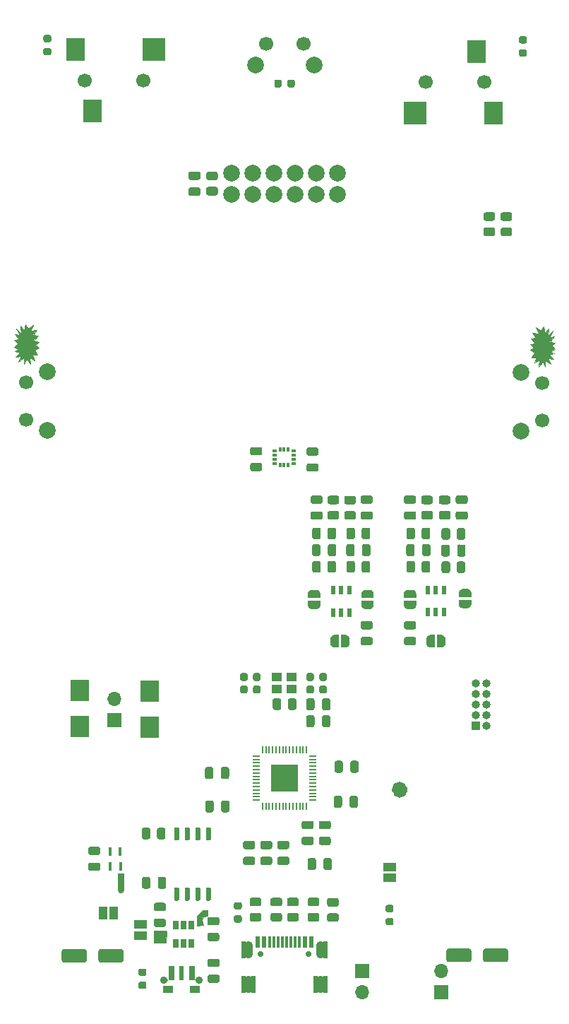
<source format=gbr>
%TF.GenerationSoftware,KiCad,Pcbnew,(5.1.9-0-10_14)*%
%TF.CreationDate,2023-04-27T17:08:01-07:00*%
%TF.ProjectId,integrator,696e7465-6772-4617-946f-722e6b696361,rev?*%
%TF.SameCoordinates,Original*%
%TF.FileFunction,Soldermask,Bot*%
%TF.FilePolarity,Negative*%
%FSLAX46Y46*%
G04 Gerber Fmt 4.6, Leading zero omitted, Abs format (unit mm)*
G04 Created by KiCad (PCBNEW (5.1.9-0-10_14)) date 2023-04-27 17:08:01*
%MOMM*%
%LPD*%
G01*
G04 APERTURE LIST*
%ADD10C,1.000000*%
%ADD11C,0.100000*%
%ADD12C,2.000000*%
%ADD13O,1.700000X1.700000*%
%ADD14R,1.700000X1.700000*%
%ADD15C,1.700000*%
%ADD16R,2.800000X2.800000*%
%ADD17R,2.200000X2.800000*%
%ADD18R,0.650000X1.060000*%
%ADD19R,0.500000X2.100000*%
%ADD20R,0.600000X1.450000*%
%ADD21R,0.300000X1.450000*%
%ADD22O,1.050000X2.100000*%
%ADD23O,1.500000X2.100000*%
%ADD24C,0.700000*%
%ADD25R,0.330200X1.016000*%
%ADD26R,0.431800X1.016000*%
%ADD27R,2.300000X2.500000*%
%ADD28O,1.000000X1.000000*%
%ADD29R,1.000000X1.000000*%
%ADD30R,0.558800X1.003300*%
%ADD31R,1.150000X1.000000*%
%ADD32R,1.000000X1.500000*%
%ADD33R,1.500000X1.000000*%
%ADD34R,3.200400X3.200400*%
%ADD35R,0.177800X0.812800*%
%ADD36R,0.812800X0.177800*%
%ADD37C,0.900000*%
%ADD38R,1.300000X0.900000*%
%ADD39R,0.750000X1.800000*%
%ADD40R,0.600000X1.800000*%
%ADD41R,0.304800X0.533400*%
%ADD42R,0.533400X0.304800*%
G04 APERTURE END LIST*
D10*
X168299000Y-135100000D02*
G75*
G03*
X168299000Y-135100000I-450000J0D01*
G01*
D11*
G36*
X134749000Y-147200000D02*
G01*
X134549000Y-147400000D01*
X134249000Y-147400000D01*
X134049000Y-147150000D01*
X134049000Y-145150000D01*
X134749000Y-145150000D01*
X134749000Y-147200000D01*
G37*
X134749000Y-147200000D02*
X134549000Y-147400000D01*
X134249000Y-147400000D01*
X134049000Y-147150000D01*
X134049000Y-145150000D01*
X134749000Y-145150000D01*
X134749000Y-147200000D01*
G36*
X144774000Y-150225000D02*
G01*
X144274000Y-150325000D01*
X144149000Y-150725000D01*
X144274000Y-151325000D01*
X143524000Y-151425000D01*
X143524000Y-150175000D01*
X144199000Y-149550000D01*
X144799000Y-149550000D01*
X144774000Y-150225000D01*
G37*
X144774000Y-150225000D02*
X144274000Y-150325000D01*
X144149000Y-150725000D01*
X144274000Y-151325000D01*
X143524000Y-151425000D01*
X143524000Y-150175000D01*
X144199000Y-149550000D01*
X144799000Y-149550000D01*
X144774000Y-150225000D01*
G36*
X139799000Y-152012500D02*
G01*
X139899000Y-152200000D01*
X139849000Y-153450000D01*
X138399000Y-153450000D01*
X138411500Y-151987500D01*
X139799000Y-152012500D01*
G37*
X139799000Y-152012500D02*
X139899000Y-152200000D01*
X139849000Y-153450000D01*
X138399000Y-153450000D01*
X138411500Y-151987500D01*
X139799000Y-152012500D01*
G36*
X123299116Y-79831906D02*
G01*
X123899116Y-79431906D01*
X123599116Y-80131906D01*
X124299116Y-80031906D01*
X123899116Y-80631906D01*
X124499116Y-80731906D01*
X123999116Y-81331906D01*
X124599116Y-81431906D01*
X124199116Y-81831906D01*
X124599116Y-82131906D01*
X124099116Y-82431906D01*
X124399116Y-83031906D01*
X123799116Y-83031906D01*
X124099116Y-83631906D01*
X123499116Y-83331906D01*
X123599116Y-84131906D01*
X123099116Y-83531906D01*
X122799116Y-84131906D01*
X122799116Y-83331906D01*
X122099116Y-83831906D01*
X122499116Y-83131906D01*
X121799116Y-83231906D01*
X122299116Y-82731906D01*
X121699116Y-82531906D01*
X122099116Y-82331906D01*
X121599116Y-82031906D01*
X121999116Y-81631906D01*
X121599116Y-81231906D01*
X122199116Y-81131906D01*
X121699116Y-80531906D01*
X122299116Y-80631906D01*
X121899116Y-79831906D01*
X122499116Y-80531906D01*
X122399116Y-79531906D01*
X122799116Y-80131906D01*
X122999116Y-79331906D01*
X123299116Y-79831906D01*
G37*
X123299116Y-79831906D02*
X123899116Y-79431906D01*
X123599116Y-80131906D01*
X124299116Y-80031906D01*
X123899116Y-80631906D01*
X124499116Y-80731906D01*
X123999116Y-81331906D01*
X124599116Y-81431906D01*
X124199116Y-81831906D01*
X124599116Y-82131906D01*
X124099116Y-82431906D01*
X124399116Y-83031906D01*
X123799116Y-83031906D01*
X124099116Y-83631906D01*
X123499116Y-83331906D01*
X123599116Y-84131906D01*
X123099116Y-83531906D01*
X122799116Y-84131906D01*
X122799116Y-83331906D01*
X122099116Y-83831906D01*
X122499116Y-83131906D01*
X121799116Y-83231906D01*
X122299116Y-82731906D01*
X121699116Y-82531906D01*
X122099116Y-82331906D01*
X121599116Y-82031906D01*
X121999116Y-81631906D01*
X121599116Y-81231906D01*
X122199116Y-81131906D01*
X121699116Y-80531906D01*
X122299116Y-80631906D01*
X121899116Y-79831906D01*
X122499116Y-80531906D01*
X122399116Y-79531906D01*
X122799116Y-80131906D01*
X122999116Y-79331906D01*
X123299116Y-79831906D01*
G36*
X185299116Y-80431906D02*
G01*
X185699116Y-79831906D01*
X185599116Y-80831906D01*
X186199116Y-80131906D01*
X185799116Y-80931906D01*
X186399116Y-80831906D01*
X185899116Y-81431906D01*
X186499116Y-81531906D01*
X186099116Y-81931906D01*
X186499116Y-82331906D01*
X185999116Y-82631906D01*
X186399116Y-82831906D01*
X185799116Y-83031906D01*
X186299116Y-83531906D01*
X185599116Y-83431906D01*
X185999116Y-84131906D01*
X185299116Y-83631906D01*
X185299116Y-84431906D01*
X184999116Y-83831906D01*
X184499116Y-84431906D01*
X184599116Y-83631906D01*
X183999116Y-83931906D01*
X184299116Y-83331906D01*
X183699116Y-83331906D01*
X183999116Y-82731906D01*
X183499116Y-82431906D01*
X183899116Y-82131906D01*
X183499116Y-81731906D01*
X184099116Y-81631906D01*
X183599116Y-81031906D01*
X184199116Y-80931906D01*
X183799116Y-80331906D01*
X184499116Y-80431906D01*
X184199116Y-79731906D01*
X184799116Y-80131906D01*
X185099116Y-79631906D01*
X185299116Y-80431906D01*
G37*
X185299116Y-80431906D02*
X185699116Y-79831906D01*
X185599116Y-80831906D01*
X186199116Y-80131906D01*
X185799116Y-80931906D01*
X186399116Y-80831906D01*
X185899116Y-81431906D01*
X186499116Y-81531906D01*
X186099116Y-81931906D01*
X186499116Y-82331906D01*
X185999116Y-82631906D01*
X186399116Y-82831906D01*
X185799116Y-83031906D01*
X186299116Y-83531906D01*
X185599116Y-83431906D01*
X185999116Y-84131906D01*
X185299116Y-83631906D01*
X185299116Y-84431906D01*
X184999116Y-83831906D01*
X184499116Y-84431906D01*
X184599116Y-83631906D01*
X183999116Y-83931906D01*
X184299116Y-83331906D01*
X183699116Y-83331906D01*
X183999116Y-82731906D01*
X183499116Y-82431906D01*
X183899116Y-82131906D01*
X183499116Y-81731906D01*
X184099116Y-81631906D01*
X183599116Y-81031906D01*
X184199116Y-80931906D01*
X183799116Y-80331906D01*
X184499116Y-80431906D01*
X184199116Y-79731906D01*
X184799116Y-80131906D01*
X185099116Y-79631906D01*
X185299116Y-80431906D01*
D10*
X168299000Y-135100000D02*
G75*
G03*
X168299000Y-135100000I-450000J0D01*
G01*
D11*
G36*
X134749000Y-147200000D02*
G01*
X134549000Y-147400000D01*
X134249000Y-147400000D01*
X134049000Y-147150000D01*
X134049000Y-145150000D01*
X134749000Y-145150000D01*
X134749000Y-147200000D01*
G37*
X134749000Y-147200000D02*
X134549000Y-147400000D01*
X134249000Y-147400000D01*
X134049000Y-147150000D01*
X134049000Y-145150000D01*
X134749000Y-145150000D01*
X134749000Y-147200000D01*
G36*
X144774000Y-150225000D02*
G01*
X144274000Y-150325000D01*
X144149000Y-150725000D01*
X144274000Y-151325000D01*
X143524000Y-151425000D01*
X143524000Y-150175000D01*
X144199000Y-149550000D01*
X144799000Y-149550000D01*
X144774000Y-150225000D01*
G37*
X144774000Y-150225000D02*
X144274000Y-150325000D01*
X144149000Y-150725000D01*
X144274000Y-151325000D01*
X143524000Y-151425000D01*
X143524000Y-150175000D01*
X144199000Y-149550000D01*
X144799000Y-149550000D01*
X144774000Y-150225000D01*
G36*
X139799000Y-152012500D02*
G01*
X139899000Y-152200000D01*
X139849000Y-153450000D01*
X138399000Y-153450000D01*
X138411500Y-151987500D01*
X139799000Y-152012500D01*
G37*
X139799000Y-152012500D02*
X139899000Y-152200000D01*
X139849000Y-153450000D01*
X138399000Y-153450000D01*
X138411500Y-151987500D01*
X139799000Y-152012500D01*
G36*
X123299116Y-79831906D02*
G01*
X123899116Y-79431906D01*
X123599116Y-80131906D01*
X124299116Y-80031906D01*
X123899116Y-80631906D01*
X124499116Y-80731906D01*
X123999116Y-81331906D01*
X124599116Y-81431906D01*
X124199116Y-81831906D01*
X124599116Y-82131906D01*
X124099116Y-82431906D01*
X124399116Y-83031906D01*
X123799116Y-83031906D01*
X124099116Y-83631906D01*
X123499116Y-83331906D01*
X123599116Y-84131906D01*
X123099116Y-83531906D01*
X122799116Y-84131906D01*
X122799116Y-83331906D01*
X122099116Y-83831906D01*
X122499116Y-83131906D01*
X121799116Y-83231906D01*
X122299116Y-82731906D01*
X121699116Y-82531906D01*
X122099116Y-82331906D01*
X121599116Y-82031906D01*
X121999116Y-81631906D01*
X121599116Y-81231906D01*
X122199116Y-81131906D01*
X121699116Y-80531906D01*
X122299116Y-80631906D01*
X121899116Y-79831906D01*
X122499116Y-80531906D01*
X122399116Y-79531906D01*
X122799116Y-80131906D01*
X122999116Y-79331906D01*
X123299116Y-79831906D01*
G37*
X123299116Y-79831906D02*
X123899116Y-79431906D01*
X123599116Y-80131906D01*
X124299116Y-80031906D01*
X123899116Y-80631906D01*
X124499116Y-80731906D01*
X123999116Y-81331906D01*
X124599116Y-81431906D01*
X124199116Y-81831906D01*
X124599116Y-82131906D01*
X124099116Y-82431906D01*
X124399116Y-83031906D01*
X123799116Y-83031906D01*
X124099116Y-83631906D01*
X123499116Y-83331906D01*
X123599116Y-84131906D01*
X123099116Y-83531906D01*
X122799116Y-84131906D01*
X122799116Y-83331906D01*
X122099116Y-83831906D01*
X122499116Y-83131906D01*
X121799116Y-83231906D01*
X122299116Y-82731906D01*
X121699116Y-82531906D01*
X122099116Y-82331906D01*
X121599116Y-82031906D01*
X121999116Y-81631906D01*
X121599116Y-81231906D01*
X122199116Y-81131906D01*
X121699116Y-80531906D01*
X122299116Y-80631906D01*
X121899116Y-79831906D01*
X122499116Y-80531906D01*
X122399116Y-79531906D01*
X122799116Y-80131906D01*
X122999116Y-79331906D01*
X123299116Y-79831906D01*
G36*
X185299116Y-80431906D02*
G01*
X185699116Y-79831906D01*
X185599116Y-80831906D01*
X186199116Y-80131906D01*
X185799116Y-80931906D01*
X186399116Y-80831906D01*
X185899116Y-81431906D01*
X186499116Y-81531906D01*
X186099116Y-81931906D01*
X186499116Y-82331906D01*
X185999116Y-82631906D01*
X186399116Y-82831906D01*
X185799116Y-83031906D01*
X186299116Y-83531906D01*
X185599116Y-83431906D01*
X185999116Y-84131906D01*
X185299116Y-83631906D01*
X185299116Y-84431906D01*
X184999116Y-83831906D01*
X184499116Y-84431906D01*
X184599116Y-83631906D01*
X183999116Y-83931906D01*
X184299116Y-83331906D01*
X183699116Y-83331906D01*
X183999116Y-82731906D01*
X183499116Y-82431906D01*
X183899116Y-82131906D01*
X183499116Y-81731906D01*
X184099116Y-81631906D01*
X183599116Y-81031906D01*
X184199116Y-80931906D01*
X183799116Y-80331906D01*
X184499116Y-80431906D01*
X184199116Y-79731906D01*
X184799116Y-80131906D01*
X185099116Y-79631906D01*
X185299116Y-80431906D01*
G37*
X185299116Y-80431906D02*
X185699116Y-79831906D01*
X185599116Y-80831906D01*
X186199116Y-80131906D01*
X185799116Y-80931906D01*
X186399116Y-80831906D01*
X185899116Y-81431906D01*
X186499116Y-81531906D01*
X186099116Y-81931906D01*
X186499116Y-82331906D01*
X185999116Y-82631906D01*
X186399116Y-82831906D01*
X185799116Y-83031906D01*
X186299116Y-83531906D01*
X185599116Y-83431906D01*
X185999116Y-84131906D01*
X185299116Y-83631906D01*
X185299116Y-84431906D01*
X184999116Y-83831906D01*
X184499116Y-84431906D01*
X184599116Y-83631906D01*
X183999116Y-83931906D01*
X184299116Y-83331906D01*
X183699116Y-83331906D01*
X183999116Y-82731906D01*
X183499116Y-82431906D01*
X183899116Y-82131906D01*
X183499116Y-81731906D01*
X184099116Y-81631906D01*
X183599116Y-81031906D01*
X184199116Y-80931906D01*
X183799116Y-80331906D01*
X184499116Y-80431906D01*
X184199116Y-79731906D01*
X184799116Y-80131906D01*
X185099116Y-79631906D01*
X185299116Y-80431906D01*
D12*
%TO.C,POGO1*%
X160399000Y-61230000D03*
X160399000Y-63770000D03*
X157859000Y-61230000D03*
X157859000Y-63770000D03*
X155319000Y-61230000D03*
X155319000Y-63770000D03*
X152779000Y-61230000D03*
X152779000Y-63770000D03*
X150239000Y-61230000D03*
X150239000Y-63770000D03*
X147699000Y-61230000D03*
X147699000Y-63770000D03*
%TD*%
D13*
%TO.C,JP10*%
X163399000Y-159390000D03*
D14*
X163399000Y-156850000D03*
%TD*%
D15*
%TO.C,J2*%
X171000000Y-50350000D03*
D16*
X169700000Y-54050000D03*
D17*
X179100000Y-54050000D03*
X177100000Y-46650000D03*
D15*
X178000000Y-50350000D03*
%TD*%
%TO.C,J1*%
X137100000Y-50100000D03*
D16*
X138400000Y-46400000D03*
D17*
X129000000Y-46400000D03*
X131000000Y-53800000D03*
D15*
X130100000Y-50100000D03*
%TD*%
%TO.C,C16*%
G36*
G01*
X177849000Y-155500000D02*
X177849000Y-154400000D01*
G75*
G02*
X178099000Y-154150000I250000J0D01*
G01*
X180599000Y-154150000D01*
G75*
G02*
X180849000Y-154400000I0J-250000D01*
G01*
X180849000Y-155500000D01*
G75*
G02*
X180599000Y-155750000I-250000J0D01*
G01*
X178099000Y-155750000D01*
G75*
G02*
X177849000Y-155500000I0J250000D01*
G01*
G37*
G36*
G01*
X173449000Y-155500000D02*
X173449000Y-154400000D01*
G75*
G02*
X173699000Y-154150000I250000J0D01*
G01*
X176199000Y-154150000D01*
G75*
G02*
X176449000Y-154400000I0J-250000D01*
G01*
X176449000Y-155500000D01*
G75*
G02*
X176199000Y-155750000I-250000J0D01*
G01*
X173699000Y-155750000D01*
G75*
G02*
X173449000Y-155500000I0J250000D01*
G01*
G37*
%TD*%
%TO.C,C15*%
G36*
G01*
X130329000Y-154450000D02*
X130329000Y-155550000D01*
G75*
G02*
X130079000Y-155800000I-250000J0D01*
G01*
X127579000Y-155800000D01*
G75*
G02*
X127329000Y-155550000I0J250000D01*
G01*
X127329000Y-154450000D01*
G75*
G02*
X127579000Y-154200000I250000J0D01*
G01*
X130079000Y-154200000D01*
G75*
G02*
X130329000Y-154450000I0J-250000D01*
G01*
G37*
G36*
G01*
X134729000Y-154450000D02*
X134729000Y-155550000D01*
G75*
G02*
X134479000Y-155800000I-250000J0D01*
G01*
X131979000Y-155800000D01*
G75*
G02*
X131729000Y-155550000I0J250000D01*
G01*
X131729000Y-154450000D01*
G75*
G02*
X131979000Y-154200000I250000J0D01*
G01*
X134479000Y-154200000D01*
G75*
G02*
X134729000Y-154450000I0J-250000D01*
G01*
G37*
%TD*%
D18*
%TO.C,U1*%
X141949000Y-151300000D03*
X142899000Y-151300000D03*
X140999000Y-151300000D03*
X140999000Y-153500000D03*
X141949000Y-153500000D03*
X142899000Y-153500000D03*
%TD*%
D19*
%TO.C,J5*%
X157769000Y-158420000D03*
X150319000Y-158450000D03*
X149119000Y-158460000D03*
X149129000Y-154260000D03*
X158939000Y-154270000D03*
X158939000Y-158430000D03*
D20*
X157289000Y-153345000D03*
X156489000Y-153345000D03*
D21*
X154289000Y-153345000D03*
X154789000Y-153345000D03*
X155289000Y-153345000D03*
X155789000Y-153345000D03*
X153789000Y-153345000D03*
X153289000Y-153345000D03*
X152789000Y-153345000D03*
X152289000Y-153345000D03*
D20*
X151589000Y-153345000D03*
X150789000Y-153345000D03*
D22*
X158359000Y-154260000D03*
X149719000Y-154260000D03*
D23*
X149719000Y-158440000D03*
D24*
X156929000Y-154790000D03*
X151149000Y-154790000D03*
D23*
X158359000Y-158440000D03*
%TD*%
D25*
%TO.C,U2*%
X133099001Y-144301700D03*
X134398999Y-144301700D03*
D26*
X134348200Y-142498300D03*
D25*
X133099000Y-142498300D03*
%TD*%
%TO.C,D2*%
G36*
G01*
X166905250Y-149775000D02*
X166392750Y-149775000D01*
G75*
G02*
X166174000Y-149556250I0J218750D01*
G01*
X166174000Y-149118750D01*
G75*
G02*
X166392750Y-148900000I218750J0D01*
G01*
X166905250Y-148900000D01*
G75*
G02*
X167124000Y-149118750I0J-218750D01*
G01*
X167124000Y-149556250D01*
G75*
G02*
X166905250Y-149775000I-218750J0D01*
G01*
G37*
G36*
G01*
X166905250Y-151350000D02*
X166392750Y-151350000D01*
G75*
G02*
X166174000Y-151131250I0J218750D01*
G01*
X166174000Y-150693750D01*
G75*
G02*
X166392750Y-150475000I218750J0D01*
G01*
X166905250Y-150475000D01*
G75*
G02*
X167124000Y-150693750I0J-218750D01*
G01*
X167124000Y-151131250D01*
G75*
G02*
X166905250Y-151350000I-218750J0D01*
G01*
G37*
%TD*%
%TO.C,R22*%
G36*
G01*
X180198998Y-67750000D02*
X181099002Y-67750000D01*
G75*
G02*
X181349000Y-67999998I0J-249998D01*
G01*
X181349000Y-68525002D01*
G75*
G02*
X181099002Y-68775000I-249998J0D01*
G01*
X180198998Y-68775000D01*
G75*
G02*
X179949000Y-68525002I0J249998D01*
G01*
X179949000Y-67999998D01*
G75*
G02*
X180198998Y-67750000I249998J0D01*
G01*
G37*
G36*
G01*
X180198998Y-65925000D02*
X181099002Y-65925000D01*
G75*
G02*
X181349000Y-66174998I0J-249998D01*
G01*
X181349000Y-66700002D01*
G75*
G02*
X181099002Y-66950000I-249998J0D01*
G01*
X180198998Y-66950000D01*
G75*
G02*
X179949000Y-66700002I0J249998D01*
G01*
X179949000Y-66174998D01*
G75*
G02*
X180198998Y-65925000I249998J0D01*
G01*
G37*
%TD*%
%TO.C,R21*%
G36*
G01*
X179049002Y-66950000D02*
X178148998Y-66950000D01*
G75*
G02*
X177899000Y-66700002I0J249998D01*
G01*
X177899000Y-66174998D01*
G75*
G02*
X178148998Y-65925000I249998J0D01*
G01*
X179049002Y-65925000D01*
G75*
G02*
X179299000Y-66174998I0J-249998D01*
G01*
X179299000Y-66700002D01*
G75*
G02*
X179049002Y-66950000I-249998J0D01*
G01*
G37*
G36*
G01*
X179049002Y-68775000D02*
X178148998Y-68775000D01*
G75*
G02*
X177899000Y-68525002I0J249998D01*
G01*
X177899000Y-67999998D01*
G75*
G02*
X178148998Y-67750000I249998J0D01*
G01*
X179049002Y-67750000D01*
G75*
G02*
X179299000Y-67999998I0J-249998D01*
G01*
X179299000Y-68525002D01*
G75*
G02*
X179049002Y-68775000I-249998J0D01*
G01*
G37*
%TD*%
D27*
%TO.C,D4*%
X129449000Y-127550000D03*
X129449000Y-123250000D03*
%TD*%
%TO.C,C35*%
G36*
G01*
X158724000Y-144475000D02*
X158724000Y-143525000D01*
G75*
G02*
X158974000Y-143275000I250000J0D01*
G01*
X159474000Y-143275000D01*
G75*
G02*
X159724000Y-143525000I0J-250000D01*
G01*
X159724000Y-144475000D01*
G75*
G02*
X159474000Y-144725000I-250000J0D01*
G01*
X158974000Y-144725000D01*
G75*
G02*
X158724000Y-144475000I0J250000D01*
G01*
G37*
G36*
G01*
X156824000Y-144475000D02*
X156824000Y-143525000D01*
G75*
G02*
X157074000Y-143275000I250000J0D01*
G01*
X157574000Y-143275000D01*
G75*
G02*
X157824000Y-143525000I0J-250000D01*
G01*
X157824000Y-144475000D01*
G75*
G02*
X157574000Y-144725000I-250000J0D01*
G01*
X157074000Y-144725000D01*
G75*
G02*
X156824000Y-144475000I0J250000D01*
G01*
G37*
%TD*%
%TO.C,C31*%
G36*
G01*
X131699000Y-142925000D02*
X130749000Y-142925000D01*
G75*
G02*
X130499000Y-142675000I0J250000D01*
G01*
X130499000Y-142175000D01*
G75*
G02*
X130749000Y-141925000I250000J0D01*
G01*
X131699000Y-141925000D01*
G75*
G02*
X131949000Y-142175000I0J-250000D01*
G01*
X131949000Y-142675000D01*
G75*
G02*
X131699000Y-142925000I-250000J0D01*
G01*
G37*
G36*
G01*
X131699000Y-144825000D02*
X130749000Y-144825000D01*
G75*
G02*
X130499000Y-144575000I0J250000D01*
G01*
X130499000Y-144075000D01*
G75*
G02*
X130749000Y-143825000I250000J0D01*
G01*
X131699000Y-143825000D01*
G75*
G02*
X131949000Y-144075000I0J-250000D01*
G01*
X131949000Y-144575000D01*
G75*
G02*
X131699000Y-144825000I-250000J0D01*
G01*
G37*
%TD*%
D13*
%TO.C,J7*%
X133624000Y-124210000D03*
D14*
X133624000Y-126750000D03*
%TD*%
D28*
%TO.C,J6 DNC*%
X178219000Y-122320000D03*
X176949000Y-122320000D03*
X178219000Y-123590000D03*
X176949000Y-123590000D03*
X178219000Y-124860000D03*
X176949000Y-124860000D03*
X178219000Y-126130000D03*
X176949000Y-126130000D03*
X178219000Y-127400000D03*
D29*
X176949000Y-127400000D03*
%TD*%
D30*
%TO.C,U7*%
X173149001Y-111147450D03*
X172199000Y-111147450D03*
X171248999Y-111147450D03*
X171248999Y-113852550D03*
X172199000Y-113852550D03*
X173149001Y-113852550D03*
%TD*%
%TO.C,U4*%
X161799001Y-111177450D03*
X160849000Y-111177450D03*
X159898999Y-111177450D03*
X159898999Y-113882550D03*
X160849000Y-113882550D03*
X161799001Y-113882550D03*
%TD*%
D27*
%TO.C,D1*%
X137899000Y-123300000D03*
X137899000Y-127600000D03*
%TD*%
%TO.C,C37*%
G36*
G01*
X158224000Y-121850000D02*
X158224000Y-121350000D01*
G75*
G02*
X158449000Y-121125000I225000J0D01*
G01*
X158899000Y-121125000D01*
G75*
G02*
X159124000Y-121350000I0J-225000D01*
G01*
X159124000Y-121850000D01*
G75*
G02*
X158899000Y-122075000I-225000J0D01*
G01*
X158449000Y-122075000D01*
G75*
G02*
X158224000Y-121850000I0J225000D01*
G01*
G37*
G36*
G01*
X156674000Y-121850000D02*
X156674000Y-121350000D01*
G75*
G02*
X156899000Y-121125000I225000J0D01*
G01*
X157349000Y-121125000D01*
G75*
G02*
X157574000Y-121350000I0J-225000D01*
G01*
X157574000Y-121850000D01*
G75*
G02*
X157349000Y-122075000I-225000J0D01*
G01*
X156899000Y-122075000D01*
G75*
G02*
X156674000Y-121850000I0J225000D01*
G01*
G37*
%TD*%
%TO.C,C36*%
G36*
G01*
X150274000Y-123350000D02*
X150274000Y-122850000D01*
G75*
G02*
X150499000Y-122625000I225000J0D01*
G01*
X150949000Y-122625000D01*
G75*
G02*
X151174000Y-122850000I0J-225000D01*
G01*
X151174000Y-123350000D01*
G75*
G02*
X150949000Y-123575000I-225000J0D01*
G01*
X150499000Y-123575000D01*
G75*
G02*
X150274000Y-123350000I0J225000D01*
G01*
G37*
G36*
G01*
X148724000Y-123350000D02*
X148724000Y-122850000D01*
G75*
G02*
X148949000Y-122625000I225000J0D01*
G01*
X149399000Y-122625000D01*
G75*
G02*
X149624000Y-122850000I0J-225000D01*
G01*
X149624000Y-123350000D01*
G75*
G02*
X149399000Y-123575000I-225000J0D01*
G01*
X148949000Y-123575000D01*
G75*
G02*
X148724000Y-123350000I0J225000D01*
G01*
G37*
%TD*%
%TO.C,C1*%
G36*
G01*
X145974000Y-151350000D02*
X145024000Y-151350000D01*
G75*
G02*
X144774000Y-151100000I0J250000D01*
G01*
X144774000Y-150600000D01*
G75*
G02*
X145024000Y-150350000I250000J0D01*
G01*
X145974000Y-150350000D01*
G75*
G02*
X146224000Y-150600000I0J-250000D01*
G01*
X146224000Y-151100000D01*
G75*
G02*
X145974000Y-151350000I-250000J0D01*
G01*
G37*
G36*
G01*
X145974000Y-153250000D02*
X145024000Y-153250000D01*
G75*
G02*
X144774000Y-153000000I0J250000D01*
G01*
X144774000Y-152500000D01*
G75*
G02*
X145024000Y-152250000I250000J0D01*
G01*
X145974000Y-152250000D01*
G75*
G02*
X146224000Y-152500000I0J-250000D01*
G01*
X146224000Y-153000000D01*
G75*
G02*
X145974000Y-153250000I-250000J0D01*
G01*
G37*
%TD*%
%TO.C,LED1*%
G36*
G01*
X125342750Y-46250000D02*
X125855250Y-46250000D01*
G75*
G02*
X126074000Y-46468750I0J-218750D01*
G01*
X126074000Y-46906250D01*
G75*
G02*
X125855250Y-47125000I-218750J0D01*
G01*
X125342750Y-47125000D01*
G75*
G02*
X125124000Y-46906250I0J218750D01*
G01*
X125124000Y-46468750D01*
G75*
G02*
X125342750Y-46250000I218750J0D01*
G01*
G37*
G36*
G01*
X125342750Y-44675000D02*
X125855250Y-44675000D01*
G75*
G02*
X126074000Y-44893750I0J-218750D01*
G01*
X126074000Y-45331250D01*
G75*
G02*
X125855250Y-45550000I-218750J0D01*
G01*
X125342750Y-45550000D01*
G75*
G02*
X125124000Y-45331250I0J218750D01*
G01*
X125124000Y-44893750D01*
G75*
G02*
X125342750Y-44675000I218750J0D01*
G01*
G37*
%TD*%
%TO.C,C11*%
G36*
G01*
X156674000Y-123350000D02*
X156674000Y-122850000D01*
G75*
G02*
X156899000Y-122625000I225000J0D01*
G01*
X157349000Y-122625000D01*
G75*
G02*
X157574000Y-122850000I0J-225000D01*
G01*
X157574000Y-123350000D01*
G75*
G02*
X157349000Y-123575000I-225000J0D01*
G01*
X156899000Y-123575000D01*
G75*
G02*
X156674000Y-123350000I0J225000D01*
G01*
G37*
G36*
G01*
X158224000Y-123350000D02*
X158224000Y-122850000D01*
G75*
G02*
X158449000Y-122625000I225000J0D01*
G01*
X158899000Y-122625000D01*
G75*
G02*
X159124000Y-122850000I0J-225000D01*
G01*
X159124000Y-123350000D01*
G75*
G02*
X158899000Y-123575000I-225000J0D01*
G01*
X158449000Y-123575000D01*
G75*
G02*
X158224000Y-123350000I0J225000D01*
G01*
G37*
%TD*%
D31*
%TO.C,Y1*%
X153154000Y-123040000D03*
X154904000Y-123040000D03*
X154904000Y-121640000D03*
X153154000Y-121640000D03*
%TD*%
%TO.C,C12*%
G36*
G01*
X150274000Y-121850000D02*
X150274000Y-121350000D01*
G75*
G02*
X150499000Y-121125000I225000J0D01*
G01*
X150949000Y-121125000D01*
G75*
G02*
X151174000Y-121350000I0J-225000D01*
G01*
X151174000Y-121850000D01*
G75*
G02*
X150949000Y-122075000I-225000J0D01*
G01*
X150499000Y-122075000D01*
G75*
G02*
X150274000Y-121850000I0J225000D01*
G01*
G37*
G36*
G01*
X148724000Y-121850000D02*
X148724000Y-121350000D01*
G75*
G02*
X148949000Y-121125000I225000J0D01*
G01*
X149399000Y-121125000D01*
G75*
G02*
X149624000Y-121350000I0J-225000D01*
G01*
X149624000Y-121850000D01*
G75*
G02*
X149399000Y-122075000I-225000J0D01*
G01*
X148949000Y-122075000D01*
G75*
G02*
X148724000Y-121850000I0J225000D01*
G01*
G37*
%TD*%
%TO.C,C34*%
G36*
G01*
X142774000Y-62950000D02*
X143724000Y-62950000D01*
G75*
G02*
X143974000Y-63200000I0J-250000D01*
G01*
X143974000Y-63700000D01*
G75*
G02*
X143724000Y-63950000I-250000J0D01*
G01*
X142774000Y-63950000D01*
G75*
G02*
X142524000Y-63700000I0J250000D01*
G01*
X142524000Y-63200000D01*
G75*
G02*
X142774000Y-62950000I250000J0D01*
G01*
G37*
G36*
G01*
X142774000Y-61050000D02*
X143724000Y-61050000D01*
G75*
G02*
X143974000Y-61300000I0J-250000D01*
G01*
X143974000Y-61800000D01*
G75*
G02*
X143724000Y-62050000I-250000J0D01*
G01*
X142774000Y-62050000D01*
G75*
G02*
X142524000Y-61800000I0J250000D01*
G01*
X142524000Y-61300000D01*
G75*
G02*
X142774000Y-61050000I250000J0D01*
G01*
G37*
%TD*%
D32*
%TO.C,JP11*%
X132249000Y-149900000D03*
X133549000Y-149900000D03*
%TD*%
D33*
%TO.C,JP9*%
X136799000Y-152550000D03*
X136799000Y-151250000D03*
%TD*%
D12*
%TO.C,SW3*%
X150539000Y-48250000D03*
X157559000Y-48250000D03*
D15*
X151809000Y-45760000D03*
X156289000Y-45760000D03*
%TD*%
%TO.C,LED4*%
G36*
G01*
X137255250Y-157400000D02*
X136742750Y-157400000D01*
G75*
G02*
X136524000Y-157181250I0J218750D01*
G01*
X136524000Y-156743750D01*
G75*
G02*
X136742750Y-156525000I218750J0D01*
G01*
X137255250Y-156525000D01*
G75*
G02*
X137474000Y-156743750I0J-218750D01*
G01*
X137474000Y-157181250D01*
G75*
G02*
X137255250Y-157400000I-218750J0D01*
G01*
G37*
G36*
G01*
X137255250Y-158975000D02*
X136742750Y-158975000D01*
G75*
G02*
X136524000Y-158756250I0J218750D01*
G01*
X136524000Y-158318750D01*
G75*
G02*
X136742750Y-158100000I218750J0D01*
G01*
X137255250Y-158100000D01*
G75*
G02*
X137474000Y-158318750I0J-218750D01*
G01*
X137474000Y-158756250D01*
G75*
G02*
X137255250Y-158975000I-218750J0D01*
G01*
G37*
%TD*%
%TO.C,LED3*%
G36*
G01*
X153699000Y-50243750D02*
X153699000Y-50756250D01*
G75*
G02*
X153480250Y-50975000I-218750J0D01*
G01*
X153042750Y-50975000D01*
G75*
G02*
X152824000Y-50756250I0J218750D01*
G01*
X152824000Y-50243750D01*
G75*
G02*
X153042750Y-50025000I218750J0D01*
G01*
X153480250Y-50025000D01*
G75*
G02*
X153699000Y-50243750I0J-218750D01*
G01*
G37*
G36*
G01*
X155274000Y-50243750D02*
X155274000Y-50756250D01*
G75*
G02*
X155055250Y-50975000I-218750J0D01*
G01*
X154617750Y-50975000D01*
G75*
G02*
X154399000Y-50756250I0J218750D01*
G01*
X154399000Y-50243750D01*
G75*
G02*
X154617750Y-50025000I218750J0D01*
G01*
X155055250Y-50025000D01*
G75*
G02*
X155274000Y-50243750I0J-218750D01*
G01*
G37*
%TD*%
%TO.C,LED2*%
G36*
G01*
X182382750Y-46400000D02*
X182895250Y-46400000D01*
G75*
G02*
X183114000Y-46618750I0J-218750D01*
G01*
X183114000Y-47056250D01*
G75*
G02*
X182895250Y-47275000I-218750J0D01*
G01*
X182382750Y-47275000D01*
G75*
G02*
X182164000Y-47056250I0J218750D01*
G01*
X182164000Y-46618750D01*
G75*
G02*
X182382750Y-46400000I218750J0D01*
G01*
G37*
G36*
G01*
X182382750Y-44825000D02*
X182895250Y-44825000D01*
G75*
G02*
X183114000Y-45043750I0J-218750D01*
G01*
X183114000Y-45481250D01*
G75*
G02*
X182895250Y-45700000I-218750J0D01*
G01*
X182382750Y-45700000D01*
G75*
G02*
X182164000Y-45481250I0J218750D01*
G01*
X182164000Y-45043750D01*
G75*
G02*
X182382750Y-44825000I218750J0D01*
G01*
G37*
%TD*%
D34*
%TO.C,U5*%
X154049000Y-133700000D03*
D35*
X151407400Y-137103600D03*
X151813800Y-137103600D03*
X152220200Y-137103600D03*
X152626600Y-137103600D03*
X153033000Y-137103600D03*
X153439400Y-137103600D03*
X153845800Y-137103600D03*
X154252200Y-137103600D03*
X154658600Y-137103600D03*
X155065000Y-137103600D03*
X155471400Y-137103600D03*
X155877800Y-137103600D03*
X156284200Y-137103600D03*
X156690600Y-137103600D03*
D36*
X157452600Y-136341600D03*
X157452600Y-135935200D03*
X157452600Y-135528800D03*
X157452600Y-135122400D03*
X157452600Y-134716000D03*
X157452600Y-134309600D03*
X157452600Y-133903200D03*
X157452600Y-133496800D03*
X157452600Y-133090400D03*
X157452600Y-132684000D03*
X157452600Y-132277600D03*
X157452600Y-131871200D03*
X157452600Y-131464800D03*
X157452600Y-131058400D03*
D35*
X156690600Y-130296400D03*
X156284200Y-130296400D03*
X155877800Y-130296400D03*
X155471400Y-130296400D03*
X155065000Y-130296400D03*
X154658600Y-130296400D03*
X154252200Y-130296400D03*
X153845800Y-130296400D03*
X153439400Y-130296400D03*
X153033000Y-130296400D03*
X152626600Y-130296400D03*
X152220200Y-130296400D03*
X151813800Y-130296400D03*
X151407400Y-130296400D03*
D36*
X150645400Y-131058400D03*
X150645400Y-131464800D03*
X150645400Y-131871200D03*
X150645400Y-132277600D03*
X150645400Y-132684000D03*
X150645400Y-133090400D03*
X150645400Y-133496800D03*
X150645400Y-133903200D03*
X150645400Y-134309600D03*
X150645400Y-134716000D03*
X150645400Y-135122400D03*
X150645400Y-135528800D03*
X150645400Y-135935200D03*
X150645400Y-136341600D03*
%TD*%
%TO.C,U6*%
G36*
G01*
X140944000Y-146800000D02*
X141244000Y-146800000D01*
G75*
G02*
X141394000Y-146950000I0J-150000D01*
G01*
X141394000Y-148250000D01*
G75*
G02*
X141244000Y-148400000I-150000J0D01*
G01*
X140944000Y-148400000D01*
G75*
G02*
X140794000Y-148250000I0J150000D01*
G01*
X140794000Y-146950000D01*
G75*
G02*
X140944000Y-146800000I150000J0D01*
G01*
G37*
G36*
G01*
X142214000Y-146800000D02*
X142514000Y-146800000D01*
G75*
G02*
X142664000Y-146950000I0J-150000D01*
G01*
X142664000Y-148250000D01*
G75*
G02*
X142514000Y-148400000I-150000J0D01*
G01*
X142214000Y-148400000D01*
G75*
G02*
X142064000Y-148250000I0J150000D01*
G01*
X142064000Y-146950000D01*
G75*
G02*
X142214000Y-146800000I150000J0D01*
G01*
G37*
G36*
G01*
X143484000Y-146800000D02*
X143784000Y-146800000D01*
G75*
G02*
X143934000Y-146950000I0J-150000D01*
G01*
X143934000Y-148250000D01*
G75*
G02*
X143784000Y-148400000I-150000J0D01*
G01*
X143484000Y-148400000D01*
G75*
G02*
X143334000Y-148250000I0J150000D01*
G01*
X143334000Y-146950000D01*
G75*
G02*
X143484000Y-146800000I150000J0D01*
G01*
G37*
G36*
G01*
X144754000Y-146800000D02*
X145054000Y-146800000D01*
G75*
G02*
X145204000Y-146950000I0J-150000D01*
G01*
X145204000Y-148250000D01*
G75*
G02*
X145054000Y-148400000I-150000J0D01*
G01*
X144754000Y-148400000D01*
G75*
G02*
X144604000Y-148250000I0J150000D01*
G01*
X144604000Y-146950000D01*
G75*
G02*
X144754000Y-146800000I150000J0D01*
G01*
G37*
G36*
G01*
X144754000Y-139600000D02*
X145054000Y-139600000D01*
G75*
G02*
X145204000Y-139750000I0J-150000D01*
G01*
X145204000Y-141050000D01*
G75*
G02*
X145054000Y-141200000I-150000J0D01*
G01*
X144754000Y-141200000D01*
G75*
G02*
X144604000Y-141050000I0J150000D01*
G01*
X144604000Y-139750000D01*
G75*
G02*
X144754000Y-139600000I150000J0D01*
G01*
G37*
G36*
G01*
X143484000Y-139600000D02*
X143784000Y-139600000D01*
G75*
G02*
X143934000Y-139750000I0J-150000D01*
G01*
X143934000Y-141050000D01*
G75*
G02*
X143784000Y-141200000I-150000J0D01*
G01*
X143484000Y-141200000D01*
G75*
G02*
X143334000Y-141050000I0J150000D01*
G01*
X143334000Y-139750000D01*
G75*
G02*
X143484000Y-139600000I150000J0D01*
G01*
G37*
G36*
G01*
X142214000Y-139600000D02*
X142514000Y-139600000D01*
G75*
G02*
X142664000Y-139750000I0J-150000D01*
G01*
X142664000Y-141050000D01*
G75*
G02*
X142514000Y-141200000I-150000J0D01*
G01*
X142214000Y-141200000D01*
G75*
G02*
X142064000Y-141050000I0J150000D01*
G01*
X142064000Y-139750000D01*
G75*
G02*
X142214000Y-139600000I150000J0D01*
G01*
G37*
G36*
G01*
X140944000Y-139600000D02*
X141244000Y-139600000D01*
G75*
G02*
X141394000Y-139750000I0J-150000D01*
G01*
X141394000Y-141050000D01*
G75*
G02*
X141244000Y-141200000I-150000J0D01*
G01*
X140944000Y-141200000D01*
G75*
G02*
X140794000Y-141050000I0J150000D01*
G01*
X140794000Y-139750000D01*
G75*
G02*
X140944000Y-139600000I150000J0D01*
G01*
G37*
%TD*%
D37*
%TO.C,SW4*%
X139584000Y-157950000D03*
X143834000Y-157950000D03*
D38*
X140109000Y-159000000D03*
X143309000Y-159000000D03*
D39*
X140484000Y-157050000D03*
D40*
X141709000Y-157050000D03*
D39*
X142934000Y-157050000D03*
%TD*%
D11*
%TO.C,JP8*%
G36*
X172049000Y-118050000D02*
G01*
X171549000Y-118050000D01*
X171549000Y-118049398D01*
X171524466Y-118049398D01*
X171475635Y-118044588D01*
X171427510Y-118035016D01*
X171380555Y-118020772D01*
X171335222Y-118001995D01*
X171291949Y-117978864D01*
X171251150Y-117951604D01*
X171213221Y-117920476D01*
X171178524Y-117885779D01*
X171147396Y-117847850D01*
X171120136Y-117807051D01*
X171097005Y-117763778D01*
X171078228Y-117718445D01*
X171063984Y-117671490D01*
X171054412Y-117623365D01*
X171049602Y-117574534D01*
X171049602Y-117550000D01*
X171049000Y-117550000D01*
X171049000Y-117050000D01*
X171049602Y-117050000D01*
X171049602Y-117025466D01*
X171054412Y-116976635D01*
X171063984Y-116928510D01*
X171078228Y-116881555D01*
X171097005Y-116836222D01*
X171120136Y-116792949D01*
X171147396Y-116752150D01*
X171178524Y-116714221D01*
X171213221Y-116679524D01*
X171251150Y-116648396D01*
X171291949Y-116621136D01*
X171335222Y-116598005D01*
X171380555Y-116579228D01*
X171427510Y-116564984D01*
X171475635Y-116555412D01*
X171524466Y-116550602D01*
X171549000Y-116550602D01*
X171549000Y-116550000D01*
X172049000Y-116550000D01*
X172049000Y-118050000D01*
G37*
G36*
X172849000Y-116550602D02*
G01*
X172873534Y-116550602D01*
X172922365Y-116555412D01*
X172970490Y-116564984D01*
X173017445Y-116579228D01*
X173062778Y-116598005D01*
X173106051Y-116621136D01*
X173146850Y-116648396D01*
X173184779Y-116679524D01*
X173219476Y-116714221D01*
X173250604Y-116752150D01*
X173277864Y-116792949D01*
X173300995Y-116836222D01*
X173319772Y-116881555D01*
X173334016Y-116928510D01*
X173343588Y-116976635D01*
X173348398Y-117025466D01*
X173348398Y-117050000D01*
X173349000Y-117050000D01*
X173349000Y-117550000D01*
X173348398Y-117550000D01*
X173348398Y-117574534D01*
X173343588Y-117623365D01*
X173334016Y-117671490D01*
X173319772Y-117718445D01*
X173300995Y-117763778D01*
X173277864Y-117807051D01*
X173250604Y-117847850D01*
X173219476Y-117885779D01*
X173184779Y-117920476D01*
X173146850Y-117951604D01*
X173106051Y-117978864D01*
X173062778Y-118001995D01*
X173017445Y-118020772D01*
X172970490Y-118035016D01*
X172922365Y-118044588D01*
X172873534Y-118049398D01*
X172849000Y-118049398D01*
X172849000Y-118050000D01*
X172349000Y-118050000D01*
X172349000Y-116550000D01*
X172849000Y-116550000D01*
X172849000Y-116550602D01*
G37*
%TD*%
%TO.C,JP7*%
G36*
X160549000Y-118050000D02*
G01*
X160049000Y-118050000D01*
X160049000Y-118049398D01*
X160024466Y-118049398D01*
X159975635Y-118044588D01*
X159927510Y-118035016D01*
X159880555Y-118020772D01*
X159835222Y-118001995D01*
X159791949Y-117978864D01*
X159751150Y-117951604D01*
X159713221Y-117920476D01*
X159678524Y-117885779D01*
X159647396Y-117847850D01*
X159620136Y-117807051D01*
X159597005Y-117763778D01*
X159578228Y-117718445D01*
X159563984Y-117671490D01*
X159554412Y-117623365D01*
X159549602Y-117574534D01*
X159549602Y-117550000D01*
X159549000Y-117550000D01*
X159549000Y-117050000D01*
X159549602Y-117050000D01*
X159549602Y-117025466D01*
X159554412Y-116976635D01*
X159563984Y-116928510D01*
X159578228Y-116881555D01*
X159597005Y-116836222D01*
X159620136Y-116792949D01*
X159647396Y-116752150D01*
X159678524Y-116714221D01*
X159713221Y-116679524D01*
X159751150Y-116648396D01*
X159791949Y-116621136D01*
X159835222Y-116598005D01*
X159880555Y-116579228D01*
X159927510Y-116564984D01*
X159975635Y-116555412D01*
X160024466Y-116550602D01*
X160049000Y-116550602D01*
X160049000Y-116550000D01*
X160549000Y-116550000D01*
X160549000Y-118050000D01*
G37*
G36*
X161349000Y-116550602D02*
G01*
X161373534Y-116550602D01*
X161422365Y-116555412D01*
X161470490Y-116564984D01*
X161517445Y-116579228D01*
X161562778Y-116598005D01*
X161606051Y-116621136D01*
X161646850Y-116648396D01*
X161684779Y-116679524D01*
X161719476Y-116714221D01*
X161750604Y-116752150D01*
X161777864Y-116792949D01*
X161800995Y-116836222D01*
X161819772Y-116881555D01*
X161834016Y-116928510D01*
X161843588Y-116976635D01*
X161848398Y-117025466D01*
X161848398Y-117050000D01*
X161849000Y-117050000D01*
X161849000Y-117550000D01*
X161848398Y-117550000D01*
X161848398Y-117574534D01*
X161843588Y-117623365D01*
X161834016Y-117671490D01*
X161819772Y-117718445D01*
X161800995Y-117763778D01*
X161777864Y-117807051D01*
X161750604Y-117847850D01*
X161719476Y-117885779D01*
X161684779Y-117920476D01*
X161646850Y-117951604D01*
X161606051Y-117978864D01*
X161562778Y-118001995D01*
X161517445Y-118020772D01*
X161470490Y-118035016D01*
X161422365Y-118044588D01*
X161373534Y-118049398D01*
X161349000Y-118049398D01*
X161349000Y-118050000D01*
X160849000Y-118050000D01*
X160849000Y-116550000D01*
X161349000Y-116550000D01*
X161349000Y-116550602D01*
G37*
%TD*%
D33*
%TO.C,JP6*%
X166639000Y-145650000D03*
X166639000Y-144350000D03*
%TD*%
%TO.C,R13*%
G36*
G01*
X159199000Y-108850002D02*
X159199000Y-107949998D01*
G75*
G02*
X159448998Y-107700000I249998J0D01*
G01*
X159974002Y-107700000D01*
G75*
G02*
X160224000Y-107949998I0J-249998D01*
G01*
X160224000Y-108850002D01*
G75*
G02*
X159974002Y-109100000I-249998J0D01*
G01*
X159448998Y-109100000D01*
G75*
G02*
X159199000Y-108850002I0J249998D01*
G01*
G37*
G36*
G01*
X157374000Y-108850002D02*
X157374000Y-107949998D01*
G75*
G02*
X157623998Y-107700000I249998J0D01*
G01*
X158149002Y-107700000D01*
G75*
G02*
X158399000Y-107949998I0J-249998D01*
G01*
X158399000Y-108850002D01*
G75*
G02*
X158149002Y-109100000I-249998J0D01*
G01*
X157623998Y-109100000D01*
G75*
G02*
X157374000Y-108850002I0J249998D01*
G01*
G37*
%TD*%
%TO.C,R12*%
G36*
G01*
X162499000Y-107949998D02*
X162499000Y-108850002D01*
G75*
G02*
X162249002Y-109100000I-249998J0D01*
G01*
X161723998Y-109100000D01*
G75*
G02*
X161474000Y-108850002I0J249998D01*
G01*
X161474000Y-107949998D01*
G75*
G02*
X161723998Y-107700000I249998J0D01*
G01*
X162249002Y-107700000D01*
G75*
G02*
X162499000Y-107949998I0J-249998D01*
G01*
G37*
G36*
G01*
X164324000Y-107949998D02*
X164324000Y-108850002D01*
G75*
G02*
X164074002Y-109100000I-249998J0D01*
G01*
X163548998Y-109100000D01*
G75*
G02*
X163299000Y-108850002I0J249998D01*
G01*
X163299000Y-107949998D01*
G75*
G02*
X163548998Y-107700000I249998J0D01*
G01*
X164074002Y-107700000D01*
G75*
G02*
X164324000Y-107949998I0J-249998D01*
G01*
G37*
%TD*%
%TO.C,R20*%
G36*
G01*
X173709002Y-100900000D02*
X172808998Y-100900000D01*
G75*
G02*
X172559000Y-100650002I0J249998D01*
G01*
X172559000Y-100124998D01*
G75*
G02*
X172808998Y-99875000I249998J0D01*
G01*
X173709002Y-99875000D01*
G75*
G02*
X173959000Y-100124998I0J-249998D01*
G01*
X173959000Y-100650002D01*
G75*
G02*
X173709002Y-100900000I-249998J0D01*
G01*
G37*
G36*
G01*
X173709002Y-102725000D02*
X172808998Y-102725000D01*
G75*
G02*
X172559000Y-102475002I0J249998D01*
G01*
X172559000Y-101949998D01*
G75*
G02*
X172808998Y-101700000I249998J0D01*
G01*
X173709002Y-101700000D01*
G75*
G02*
X173959000Y-101949998I0J-249998D01*
G01*
X173959000Y-102475002D01*
G75*
G02*
X173709002Y-102725000I-249998J0D01*
G01*
G37*
%TD*%
%TO.C,R19*%
G36*
G01*
X170499000Y-108850002D02*
X170499000Y-107949998D01*
G75*
G02*
X170748998Y-107700000I249998J0D01*
G01*
X171274002Y-107700000D01*
G75*
G02*
X171524000Y-107949998I0J-249998D01*
G01*
X171524000Y-108850002D01*
G75*
G02*
X171274002Y-109100000I-249998J0D01*
G01*
X170748998Y-109100000D01*
G75*
G02*
X170499000Y-108850002I0J249998D01*
G01*
G37*
G36*
G01*
X168674000Y-108850002D02*
X168674000Y-107949998D01*
G75*
G02*
X168923998Y-107700000I249998J0D01*
G01*
X169449002Y-107700000D01*
G75*
G02*
X169699000Y-107949998I0J-249998D01*
G01*
X169699000Y-108850002D01*
G75*
G02*
X169449002Y-109100000I-249998J0D01*
G01*
X168923998Y-109100000D01*
G75*
G02*
X168674000Y-108850002I0J249998D01*
G01*
G37*
%TD*%
%TO.C,R18*%
G36*
G01*
X173899000Y-107999998D02*
X173899000Y-108900002D01*
G75*
G02*
X173649002Y-109150000I-249998J0D01*
G01*
X173123998Y-109150000D01*
G75*
G02*
X172874000Y-108900002I0J249998D01*
G01*
X172874000Y-107999998D01*
G75*
G02*
X173123998Y-107750000I249998J0D01*
G01*
X173649002Y-107750000D01*
G75*
G02*
X173899000Y-107999998I0J-249998D01*
G01*
G37*
G36*
G01*
X175724000Y-107999998D02*
X175724000Y-108900002D01*
G75*
G02*
X175474002Y-109150000I-249998J0D01*
G01*
X174948998Y-109150000D01*
G75*
G02*
X174699000Y-108900002I0J249998D01*
G01*
X174699000Y-107999998D01*
G75*
G02*
X174948998Y-107750000I249998J0D01*
G01*
X175474002Y-107750000D01*
G75*
G02*
X175724000Y-107999998I0J-249998D01*
G01*
G37*
%TD*%
%TO.C,R17*%
G36*
G01*
X169699000Y-103949998D02*
X169699000Y-104850002D01*
G75*
G02*
X169449002Y-105100000I-249998J0D01*
G01*
X168923998Y-105100000D01*
G75*
G02*
X168674000Y-104850002I0J249998D01*
G01*
X168674000Y-103949998D01*
G75*
G02*
X168923998Y-103700000I249998J0D01*
G01*
X169449002Y-103700000D01*
G75*
G02*
X169699000Y-103949998I0J-249998D01*
G01*
G37*
G36*
G01*
X171524000Y-103949998D02*
X171524000Y-104850002D01*
G75*
G02*
X171274002Y-105100000I-249998J0D01*
G01*
X170748998Y-105100000D01*
G75*
G02*
X170499000Y-104850002I0J249998D01*
G01*
X170499000Y-103949998D01*
G75*
G02*
X170748998Y-103700000I249998J0D01*
G01*
X171274002Y-103700000D01*
G75*
G02*
X171524000Y-103949998I0J-249998D01*
G01*
G37*
%TD*%
%TO.C,R11*%
G36*
G01*
X158399000Y-103949998D02*
X158399000Y-104850002D01*
G75*
G02*
X158149002Y-105100000I-249998J0D01*
G01*
X157623998Y-105100000D01*
G75*
G02*
X157374000Y-104850002I0J249998D01*
G01*
X157374000Y-103949998D01*
G75*
G02*
X157623998Y-103700000I249998J0D01*
G01*
X158149002Y-103700000D01*
G75*
G02*
X158399000Y-103949998I0J-249998D01*
G01*
G37*
G36*
G01*
X160224000Y-103949998D02*
X160224000Y-104850002D01*
G75*
G02*
X159974002Y-105100000I-249998J0D01*
G01*
X159448998Y-105100000D01*
G75*
G02*
X159199000Y-104850002I0J249998D01*
G01*
X159199000Y-103949998D01*
G75*
G02*
X159448998Y-103700000I249998J0D01*
G01*
X159974002Y-103700000D01*
G75*
G02*
X160224000Y-103949998I0J-249998D01*
G01*
G37*
%TD*%
%TO.C,R10*%
G36*
G01*
X163299000Y-104850002D02*
X163299000Y-103949998D01*
G75*
G02*
X163548998Y-103700000I249998J0D01*
G01*
X164074002Y-103700000D01*
G75*
G02*
X164324000Y-103949998I0J-249998D01*
G01*
X164324000Y-104850002D01*
G75*
G02*
X164074002Y-105100000I-249998J0D01*
G01*
X163548998Y-105100000D01*
G75*
G02*
X163299000Y-104850002I0J249998D01*
G01*
G37*
G36*
G01*
X161474000Y-104850002D02*
X161474000Y-103949998D01*
G75*
G02*
X161723998Y-103700000I249998J0D01*
G01*
X162249002Y-103700000D01*
G75*
G02*
X162499000Y-103949998I0J-249998D01*
G01*
X162499000Y-104850002D01*
G75*
G02*
X162249002Y-105100000I-249998J0D01*
G01*
X161723998Y-105100000D01*
G75*
G02*
X161474000Y-104850002I0J249998D01*
G01*
G37*
%TD*%
%TO.C,R9*%
G36*
G01*
X160349002Y-102725000D02*
X159448998Y-102725000D01*
G75*
G02*
X159199000Y-102475002I0J249998D01*
G01*
X159199000Y-101949998D01*
G75*
G02*
X159448998Y-101700000I249998J0D01*
G01*
X160349002Y-101700000D01*
G75*
G02*
X160599000Y-101949998I0J-249998D01*
G01*
X160599000Y-102475002D01*
G75*
G02*
X160349002Y-102725000I-249998J0D01*
G01*
G37*
G36*
G01*
X160349002Y-100900000D02*
X159448998Y-100900000D01*
G75*
G02*
X159199000Y-100650002I0J249998D01*
G01*
X159199000Y-100124998D01*
G75*
G02*
X159448998Y-99875000I249998J0D01*
G01*
X160349002Y-99875000D01*
G75*
G02*
X160599000Y-100124998I0J-249998D01*
G01*
X160599000Y-100650002D01*
G75*
G02*
X160349002Y-100900000I-249998J0D01*
G01*
G37*
%TD*%
%TO.C,R8*%
G36*
G01*
X171589002Y-100900000D02*
X170688998Y-100900000D01*
G75*
G02*
X170439000Y-100650002I0J249998D01*
G01*
X170439000Y-100124998D01*
G75*
G02*
X170688998Y-99875000I249998J0D01*
G01*
X171589002Y-99875000D01*
G75*
G02*
X171839000Y-100124998I0J-249998D01*
G01*
X171839000Y-100650002D01*
G75*
G02*
X171589002Y-100900000I-249998J0D01*
G01*
G37*
G36*
G01*
X171589002Y-102725000D02*
X170688998Y-102725000D01*
G75*
G02*
X170439000Y-102475002I0J249998D01*
G01*
X170439000Y-101949998D01*
G75*
G02*
X170688998Y-101700000I249998J0D01*
G01*
X171589002Y-101700000D01*
G75*
G02*
X171839000Y-101949998I0J-249998D01*
G01*
X171839000Y-102475002D01*
G75*
G02*
X171589002Y-102725000I-249998J0D01*
G01*
G37*
%TD*%
%TO.C,R5*%
G36*
G01*
X162349002Y-102745000D02*
X161448998Y-102745000D01*
G75*
G02*
X161199000Y-102495002I0J249998D01*
G01*
X161199000Y-101969998D01*
G75*
G02*
X161448998Y-101720000I249998J0D01*
G01*
X162349002Y-101720000D01*
G75*
G02*
X162599000Y-101969998I0J-249998D01*
G01*
X162599000Y-102495002D01*
G75*
G02*
X162349002Y-102745000I-249998J0D01*
G01*
G37*
G36*
G01*
X162349002Y-100920000D02*
X161448998Y-100920000D01*
G75*
G02*
X161199000Y-100670002I0J249998D01*
G01*
X161199000Y-100144998D01*
G75*
G02*
X161448998Y-99895000I249998J0D01*
G01*
X162349002Y-99895000D01*
G75*
G02*
X162599000Y-100144998I0J-249998D01*
G01*
X162599000Y-100670002D01*
G75*
G02*
X162349002Y-100920000I-249998J0D01*
G01*
G37*
%TD*%
%TO.C,R4*%
G36*
G01*
X174699000Y-104900002D02*
X174699000Y-103999998D01*
G75*
G02*
X174948998Y-103750000I249998J0D01*
G01*
X175474002Y-103750000D01*
G75*
G02*
X175724000Y-103999998I0J-249998D01*
G01*
X175724000Y-104900002D01*
G75*
G02*
X175474002Y-105150000I-249998J0D01*
G01*
X174948998Y-105150000D01*
G75*
G02*
X174699000Y-104900002I0J249998D01*
G01*
G37*
G36*
G01*
X172874000Y-104900002D02*
X172874000Y-103999998D01*
G75*
G02*
X173123998Y-103750000I249998J0D01*
G01*
X173649002Y-103750000D01*
G75*
G02*
X173899000Y-103999998I0J-249998D01*
G01*
X173899000Y-104900002D01*
G75*
G02*
X173649002Y-105150000I-249998J0D01*
G01*
X173123998Y-105150000D01*
G75*
G02*
X172874000Y-104900002I0J249998D01*
G01*
G37*
%TD*%
%TO.C,C32*%
G36*
G01*
X169574000Y-115900000D02*
X168624000Y-115900000D01*
G75*
G02*
X168374000Y-115650000I0J250000D01*
G01*
X168374000Y-115150000D01*
G75*
G02*
X168624000Y-114900000I250000J0D01*
G01*
X169574000Y-114900000D01*
G75*
G02*
X169824000Y-115150000I0J-250000D01*
G01*
X169824000Y-115650000D01*
G75*
G02*
X169574000Y-115900000I-250000J0D01*
G01*
G37*
G36*
G01*
X169574000Y-117800000D02*
X168624000Y-117800000D01*
G75*
G02*
X168374000Y-117550000I0J250000D01*
G01*
X168374000Y-117050000D01*
G75*
G02*
X168624000Y-116800000I250000J0D01*
G01*
X169574000Y-116800000D01*
G75*
G02*
X169824000Y-117050000I0J-250000D01*
G01*
X169824000Y-117550000D01*
G75*
G02*
X169574000Y-117800000I-250000J0D01*
G01*
G37*
%TD*%
%TO.C,C18*%
G36*
G01*
X164374000Y-115900000D02*
X163424000Y-115900000D01*
G75*
G02*
X163174000Y-115650000I0J250000D01*
G01*
X163174000Y-115150000D01*
G75*
G02*
X163424000Y-114900000I250000J0D01*
G01*
X164374000Y-114900000D01*
G75*
G02*
X164624000Y-115150000I0J-250000D01*
G01*
X164624000Y-115650000D01*
G75*
G02*
X164374000Y-115900000I-250000J0D01*
G01*
G37*
G36*
G01*
X164374000Y-117800000D02*
X163424000Y-117800000D01*
G75*
G02*
X163174000Y-117550000I0J250000D01*
G01*
X163174000Y-117050000D01*
G75*
G02*
X163424000Y-116800000I250000J0D01*
G01*
X164374000Y-116800000D01*
G75*
G02*
X164624000Y-117050000I0J-250000D01*
G01*
X164624000Y-117550000D01*
G75*
G02*
X164374000Y-117800000I-250000J0D01*
G01*
G37*
%TD*%
%TO.C,C17*%
G36*
G01*
X159249000Y-106875000D02*
X159249000Y-105925000D01*
G75*
G02*
X159499000Y-105675000I250000J0D01*
G01*
X159999000Y-105675000D01*
G75*
G02*
X160249000Y-105925000I0J-250000D01*
G01*
X160249000Y-106875000D01*
G75*
G02*
X159999000Y-107125000I-250000J0D01*
G01*
X159499000Y-107125000D01*
G75*
G02*
X159249000Y-106875000I0J250000D01*
G01*
G37*
G36*
G01*
X157349000Y-106875000D02*
X157349000Y-105925000D01*
G75*
G02*
X157599000Y-105675000I250000J0D01*
G01*
X158099000Y-105675000D01*
G75*
G02*
X158349000Y-105925000I0J-250000D01*
G01*
X158349000Y-106875000D01*
G75*
G02*
X158099000Y-107125000I-250000J0D01*
G01*
X157599000Y-107125000D01*
G75*
G02*
X157349000Y-106875000I0J250000D01*
G01*
G37*
%TD*%
%TO.C,C13*%
G36*
G01*
X162449000Y-105925000D02*
X162449000Y-106875000D01*
G75*
G02*
X162199000Y-107125000I-250000J0D01*
G01*
X161699000Y-107125000D01*
G75*
G02*
X161449000Y-106875000I0J250000D01*
G01*
X161449000Y-105925000D01*
G75*
G02*
X161699000Y-105675000I250000J0D01*
G01*
X162199000Y-105675000D01*
G75*
G02*
X162449000Y-105925000I0J-250000D01*
G01*
G37*
G36*
G01*
X164349000Y-105925000D02*
X164349000Y-106875000D01*
G75*
G02*
X164099000Y-107125000I-250000J0D01*
G01*
X163599000Y-107125000D01*
G75*
G02*
X163349000Y-106875000I0J250000D01*
G01*
X163349000Y-105925000D01*
G75*
G02*
X163599000Y-105675000I250000J0D01*
G01*
X164099000Y-105675000D01*
G75*
G02*
X164349000Y-105925000I0J-250000D01*
G01*
G37*
%TD*%
%TO.C,C8*%
G36*
G01*
X170549000Y-106875000D02*
X170549000Y-105925000D01*
G75*
G02*
X170799000Y-105675000I250000J0D01*
G01*
X171299000Y-105675000D01*
G75*
G02*
X171549000Y-105925000I0J-250000D01*
G01*
X171549000Y-106875000D01*
G75*
G02*
X171299000Y-107125000I-250000J0D01*
G01*
X170799000Y-107125000D01*
G75*
G02*
X170549000Y-106875000I0J250000D01*
G01*
G37*
G36*
G01*
X168649000Y-106875000D02*
X168649000Y-105925000D01*
G75*
G02*
X168899000Y-105675000I250000J0D01*
G01*
X169399000Y-105675000D01*
G75*
G02*
X169649000Y-105925000I0J-250000D01*
G01*
X169649000Y-106875000D01*
G75*
G02*
X169399000Y-107125000I-250000J0D01*
G01*
X168899000Y-107125000D01*
G75*
G02*
X168649000Y-106875000I0J250000D01*
G01*
G37*
%TD*%
%TO.C,C7*%
G36*
G01*
X173849000Y-105975000D02*
X173849000Y-106925000D01*
G75*
G02*
X173599000Y-107175000I-250000J0D01*
G01*
X173099000Y-107175000D01*
G75*
G02*
X172849000Y-106925000I0J250000D01*
G01*
X172849000Y-105975000D01*
G75*
G02*
X173099000Y-105725000I250000J0D01*
G01*
X173599000Y-105725000D01*
G75*
G02*
X173849000Y-105975000I0J-250000D01*
G01*
G37*
G36*
G01*
X175749000Y-105975000D02*
X175749000Y-106925000D01*
G75*
G02*
X175499000Y-107175000I-250000J0D01*
G01*
X174999000Y-107175000D01*
G75*
G02*
X174749000Y-106925000I0J250000D01*
G01*
X174749000Y-105975000D01*
G75*
G02*
X174999000Y-105725000I250000J0D01*
G01*
X175499000Y-105725000D01*
G75*
G02*
X175749000Y-105975000I0J-250000D01*
G01*
G37*
%TD*%
%TO.C,C3*%
G36*
G01*
X139574000Y-149650000D02*
X138624000Y-149650000D01*
G75*
G02*
X138374000Y-149400000I0J250000D01*
G01*
X138374000Y-148900000D01*
G75*
G02*
X138624000Y-148650000I250000J0D01*
G01*
X139574000Y-148650000D01*
G75*
G02*
X139824000Y-148900000I0J-250000D01*
G01*
X139824000Y-149400000D01*
G75*
G02*
X139574000Y-149650000I-250000J0D01*
G01*
G37*
G36*
G01*
X139574000Y-151550000D02*
X138624000Y-151550000D01*
G75*
G02*
X138374000Y-151300000I0J250000D01*
G01*
X138374000Y-150800000D01*
G75*
G02*
X138624000Y-150550000I250000J0D01*
G01*
X139574000Y-150550000D01*
G75*
G02*
X139824000Y-150800000I0J-250000D01*
G01*
X139824000Y-151300000D01*
G75*
G02*
X139574000Y-151550000I-250000J0D01*
G01*
G37*
%TD*%
D12*
%TO.C,SW2*%
X182439000Y-85108094D03*
X182439000Y-92128094D03*
D15*
X184929000Y-86378094D03*
X184929000Y-90858094D03*
%TD*%
D12*
%TO.C,SW1*%
X125559000Y-92010000D03*
X125559000Y-84990000D03*
D15*
X123069000Y-90740000D03*
X123069000Y-86260000D03*
%TD*%
%TO.C,R16*%
G36*
G01*
X137949000Y-139899998D02*
X137949000Y-140800002D01*
G75*
G02*
X137699002Y-141050000I-249998J0D01*
G01*
X137173998Y-141050000D01*
G75*
G02*
X136924000Y-140800002I0J249998D01*
G01*
X136924000Y-139899998D01*
G75*
G02*
X137173998Y-139650000I249998J0D01*
G01*
X137699002Y-139650000D01*
G75*
G02*
X137949000Y-139899998I0J-249998D01*
G01*
G37*
G36*
G01*
X139774000Y-139899998D02*
X139774000Y-140800002D01*
G75*
G02*
X139524002Y-141050000I-249998J0D01*
G01*
X138998998Y-141050000D01*
G75*
G02*
X138749000Y-140800002I0J249998D01*
G01*
X138749000Y-139899998D01*
G75*
G02*
X138998998Y-139650000I249998J0D01*
G01*
X139524002Y-139650000D01*
G75*
G02*
X139774000Y-139899998I0J-249998D01*
G01*
G37*
%TD*%
%TO.C,R15*%
G36*
G01*
X159398998Y-149900000D02*
X160299002Y-149900000D01*
G75*
G02*
X160549000Y-150149998I0J-249998D01*
G01*
X160549000Y-150675002D01*
G75*
G02*
X160299002Y-150925000I-249998J0D01*
G01*
X159398998Y-150925000D01*
G75*
G02*
X159149000Y-150675002I0J249998D01*
G01*
X159149000Y-150149998D01*
G75*
G02*
X159398998Y-149900000I249998J0D01*
G01*
G37*
G36*
G01*
X159398998Y-148075000D02*
X160299002Y-148075000D01*
G75*
G02*
X160549000Y-148324998I0J-249998D01*
G01*
X160549000Y-148850002D01*
G75*
G02*
X160299002Y-149100000I-249998J0D01*
G01*
X159398998Y-149100000D01*
G75*
G02*
X159149000Y-148850002I0J249998D01*
G01*
X159149000Y-148324998D01*
G75*
G02*
X159398998Y-148075000I249998J0D01*
G01*
G37*
%TD*%
%TO.C,R14*%
G36*
G01*
X154449000Y-125300002D02*
X154449000Y-124399998D01*
G75*
G02*
X154698998Y-124150000I249998J0D01*
G01*
X155224002Y-124150000D01*
G75*
G02*
X155474000Y-124399998I0J-249998D01*
G01*
X155474000Y-125300002D01*
G75*
G02*
X155224002Y-125550000I-249998J0D01*
G01*
X154698998Y-125550000D01*
G75*
G02*
X154449000Y-125300002I0J249998D01*
G01*
G37*
G36*
G01*
X152624000Y-125300002D02*
X152624000Y-124399998D01*
G75*
G02*
X152873998Y-124150000I249998J0D01*
G01*
X153399002Y-124150000D01*
G75*
G02*
X153649000Y-124399998I0J-249998D01*
G01*
X153649000Y-125300002D01*
G75*
G02*
X153399002Y-125550000I-249998J0D01*
G01*
X152873998Y-125550000D01*
G75*
G02*
X152624000Y-125300002I0J249998D01*
G01*
G37*
%TD*%
D11*
%TO.C,JP5*%
G36*
X168349602Y-111650000D02*
G01*
X168349602Y-111625466D01*
X168354412Y-111576635D01*
X168363984Y-111528510D01*
X168378228Y-111481555D01*
X168397005Y-111436222D01*
X168420136Y-111392949D01*
X168447396Y-111352150D01*
X168478524Y-111314221D01*
X168513221Y-111279524D01*
X168551150Y-111248396D01*
X168591949Y-111221136D01*
X168635222Y-111198005D01*
X168680555Y-111179228D01*
X168727510Y-111164984D01*
X168775635Y-111155412D01*
X168824466Y-111150602D01*
X168849000Y-111150602D01*
X168849000Y-111150000D01*
X169349000Y-111150000D01*
X169349000Y-111150602D01*
X169373534Y-111150602D01*
X169422365Y-111155412D01*
X169470490Y-111164984D01*
X169517445Y-111179228D01*
X169562778Y-111198005D01*
X169606051Y-111221136D01*
X169646850Y-111248396D01*
X169684779Y-111279524D01*
X169719476Y-111314221D01*
X169750604Y-111352150D01*
X169777864Y-111392949D01*
X169800995Y-111436222D01*
X169819772Y-111481555D01*
X169834016Y-111528510D01*
X169843588Y-111576635D01*
X169848398Y-111625466D01*
X169848398Y-111650000D01*
X169849000Y-111650000D01*
X169849000Y-112150000D01*
X168349000Y-112150000D01*
X168349000Y-111650000D01*
X168349602Y-111650000D01*
G37*
G36*
X169849000Y-112450000D02*
G01*
X169849000Y-112950000D01*
X169848398Y-112950000D01*
X169848398Y-112974534D01*
X169843588Y-113023365D01*
X169834016Y-113071490D01*
X169819772Y-113118445D01*
X169800995Y-113163778D01*
X169777864Y-113207051D01*
X169750604Y-113247850D01*
X169719476Y-113285779D01*
X169684779Y-113320476D01*
X169646850Y-113351604D01*
X169606051Y-113378864D01*
X169562778Y-113401995D01*
X169517445Y-113420772D01*
X169470490Y-113435016D01*
X169422365Y-113444588D01*
X169373534Y-113449398D01*
X169349000Y-113449398D01*
X169349000Y-113450000D01*
X168849000Y-113450000D01*
X168849000Y-113449398D01*
X168824466Y-113449398D01*
X168775635Y-113444588D01*
X168727510Y-113435016D01*
X168680555Y-113420772D01*
X168635222Y-113401995D01*
X168591949Y-113378864D01*
X168551150Y-113351604D01*
X168513221Y-113320476D01*
X168478524Y-113285779D01*
X168447396Y-113247850D01*
X168420136Y-113207051D01*
X168397005Y-113163778D01*
X168378228Y-113118445D01*
X168363984Y-113071490D01*
X168354412Y-113023365D01*
X168349602Y-112974534D01*
X168349602Y-112950000D01*
X168349000Y-112950000D01*
X168349000Y-112450000D01*
X169849000Y-112450000D01*
G37*
%TD*%
%TO.C,JP4*%
G36*
X174949602Y-111550000D02*
G01*
X174949602Y-111525466D01*
X174954412Y-111476635D01*
X174963984Y-111428510D01*
X174978228Y-111381555D01*
X174997005Y-111336222D01*
X175020136Y-111292949D01*
X175047396Y-111252150D01*
X175078524Y-111214221D01*
X175113221Y-111179524D01*
X175151150Y-111148396D01*
X175191949Y-111121136D01*
X175235222Y-111098005D01*
X175280555Y-111079228D01*
X175327510Y-111064984D01*
X175375635Y-111055412D01*
X175424466Y-111050602D01*
X175449000Y-111050602D01*
X175449000Y-111050000D01*
X175949000Y-111050000D01*
X175949000Y-111050602D01*
X175973534Y-111050602D01*
X176022365Y-111055412D01*
X176070490Y-111064984D01*
X176117445Y-111079228D01*
X176162778Y-111098005D01*
X176206051Y-111121136D01*
X176246850Y-111148396D01*
X176284779Y-111179524D01*
X176319476Y-111214221D01*
X176350604Y-111252150D01*
X176377864Y-111292949D01*
X176400995Y-111336222D01*
X176419772Y-111381555D01*
X176434016Y-111428510D01*
X176443588Y-111476635D01*
X176448398Y-111525466D01*
X176448398Y-111550000D01*
X176449000Y-111550000D01*
X176449000Y-112050000D01*
X174949000Y-112050000D01*
X174949000Y-111550000D01*
X174949602Y-111550000D01*
G37*
G36*
X176449000Y-112350000D02*
G01*
X176449000Y-112850000D01*
X176448398Y-112850000D01*
X176448398Y-112874534D01*
X176443588Y-112923365D01*
X176434016Y-112971490D01*
X176419772Y-113018445D01*
X176400995Y-113063778D01*
X176377864Y-113107051D01*
X176350604Y-113147850D01*
X176319476Y-113185779D01*
X176284779Y-113220476D01*
X176246850Y-113251604D01*
X176206051Y-113278864D01*
X176162778Y-113301995D01*
X176117445Y-113320772D01*
X176070490Y-113335016D01*
X176022365Y-113344588D01*
X175973534Y-113349398D01*
X175949000Y-113349398D01*
X175949000Y-113350000D01*
X175449000Y-113350000D01*
X175449000Y-113349398D01*
X175424466Y-113349398D01*
X175375635Y-113344588D01*
X175327510Y-113335016D01*
X175280555Y-113320772D01*
X175235222Y-113301995D01*
X175191949Y-113278864D01*
X175151150Y-113251604D01*
X175113221Y-113220476D01*
X175078524Y-113185779D01*
X175047396Y-113147850D01*
X175020136Y-113107051D01*
X174997005Y-113063778D01*
X174978228Y-113018445D01*
X174963984Y-112971490D01*
X174954412Y-112923365D01*
X174949602Y-112874534D01*
X174949602Y-112850000D01*
X174949000Y-112850000D01*
X174949000Y-112350000D01*
X176449000Y-112350000D01*
G37*
%TD*%
%TO.C,JP3*%
G36*
X158348398Y-112950000D02*
G01*
X158348398Y-112974534D01*
X158343588Y-113023365D01*
X158334016Y-113071490D01*
X158319772Y-113118445D01*
X158300995Y-113163778D01*
X158277864Y-113207051D01*
X158250604Y-113247850D01*
X158219476Y-113285779D01*
X158184779Y-113320476D01*
X158146850Y-113351604D01*
X158106051Y-113378864D01*
X158062778Y-113401995D01*
X158017445Y-113420772D01*
X157970490Y-113435016D01*
X157922365Y-113444588D01*
X157873534Y-113449398D01*
X157849000Y-113449398D01*
X157849000Y-113450000D01*
X157349000Y-113450000D01*
X157349000Y-113449398D01*
X157324466Y-113449398D01*
X157275635Y-113444588D01*
X157227510Y-113435016D01*
X157180555Y-113420772D01*
X157135222Y-113401995D01*
X157091949Y-113378864D01*
X157051150Y-113351604D01*
X157013221Y-113320476D01*
X156978524Y-113285779D01*
X156947396Y-113247850D01*
X156920136Y-113207051D01*
X156897005Y-113163778D01*
X156878228Y-113118445D01*
X156863984Y-113071490D01*
X156854412Y-113023365D01*
X156849602Y-112974534D01*
X156849602Y-112950000D01*
X156849000Y-112950000D01*
X156849000Y-112450000D01*
X158349000Y-112450000D01*
X158349000Y-112950000D01*
X158348398Y-112950000D01*
G37*
G36*
X156849000Y-112150000D02*
G01*
X156849000Y-111650000D01*
X156849602Y-111650000D01*
X156849602Y-111625466D01*
X156854412Y-111576635D01*
X156863984Y-111528510D01*
X156878228Y-111481555D01*
X156897005Y-111436222D01*
X156920136Y-111392949D01*
X156947396Y-111352150D01*
X156978524Y-111314221D01*
X157013221Y-111279524D01*
X157051150Y-111248396D01*
X157091949Y-111221136D01*
X157135222Y-111198005D01*
X157180555Y-111179228D01*
X157227510Y-111164984D01*
X157275635Y-111155412D01*
X157324466Y-111150602D01*
X157349000Y-111150602D01*
X157349000Y-111150000D01*
X157849000Y-111150000D01*
X157849000Y-111150602D01*
X157873534Y-111150602D01*
X157922365Y-111155412D01*
X157970490Y-111164984D01*
X158017445Y-111179228D01*
X158062778Y-111198005D01*
X158106051Y-111221136D01*
X158146850Y-111248396D01*
X158184779Y-111279524D01*
X158219476Y-111314221D01*
X158250604Y-111352150D01*
X158277864Y-111392949D01*
X158300995Y-111436222D01*
X158319772Y-111481555D01*
X158334016Y-111528510D01*
X158343588Y-111576635D01*
X158348398Y-111625466D01*
X158348398Y-111650000D01*
X158349000Y-111650000D01*
X158349000Y-112150000D01*
X156849000Y-112150000D01*
G37*
%TD*%
%TO.C,JP2*%
G36*
X164748398Y-112950000D02*
G01*
X164748398Y-112974534D01*
X164743588Y-113023365D01*
X164734016Y-113071490D01*
X164719772Y-113118445D01*
X164700995Y-113163778D01*
X164677864Y-113207051D01*
X164650604Y-113247850D01*
X164619476Y-113285779D01*
X164584779Y-113320476D01*
X164546850Y-113351604D01*
X164506051Y-113378864D01*
X164462778Y-113401995D01*
X164417445Y-113420772D01*
X164370490Y-113435016D01*
X164322365Y-113444588D01*
X164273534Y-113449398D01*
X164249000Y-113449398D01*
X164249000Y-113450000D01*
X163749000Y-113450000D01*
X163749000Y-113449398D01*
X163724466Y-113449398D01*
X163675635Y-113444588D01*
X163627510Y-113435016D01*
X163580555Y-113420772D01*
X163535222Y-113401995D01*
X163491949Y-113378864D01*
X163451150Y-113351604D01*
X163413221Y-113320476D01*
X163378524Y-113285779D01*
X163347396Y-113247850D01*
X163320136Y-113207051D01*
X163297005Y-113163778D01*
X163278228Y-113118445D01*
X163263984Y-113071490D01*
X163254412Y-113023365D01*
X163249602Y-112974534D01*
X163249602Y-112950000D01*
X163249000Y-112950000D01*
X163249000Y-112450000D01*
X164749000Y-112450000D01*
X164749000Y-112950000D01*
X164748398Y-112950000D01*
G37*
G36*
X163249000Y-112150000D02*
G01*
X163249000Y-111650000D01*
X163249602Y-111650000D01*
X163249602Y-111625466D01*
X163254412Y-111576635D01*
X163263984Y-111528510D01*
X163278228Y-111481555D01*
X163297005Y-111436222D01*
X163320136Y-111392949D01*
X163347396Y-111352150D01*
X163378524Y-111314221D01*
X163413221Y-111279524D01*
X163451150Y-111248396D01*
X163491949Y-111221136D01*
X163535222Y-111198005D01*
X163580555Y-111179228D01*
X163627510Y-111164984D01*
X163675635Y-111155412D01*
X163724466Y-111150602D01*
X163749000Y-111150602D01*
X163749000Y-111150000D01*
X164249000Y-111150000D01*
X164249000Y-111150602D01*
X164273534Y-111150602D01*
X164322365Y-111155412D01*
X164370490Y-111164984D01*
X164417445Y-111179228D01*
X164462778Y-111198005D01*
X164506051Y-111221136D01*
X164546850Y-111248396D01*
X164584779Y-111279524D01*
X164619476Y-111314221D01*
X164650604Y-111352150D01*
X164677864Y-111392949D01*
X164700995Y-111436222D01*
X164719772Y-111481555D01*
X164734016Y-111528510D01*
X164743588Y-111576635D01*
X164748398Y-111625466D01*
X164748398Y-111650000D01*
X164749000Y-111650000D01*
X164749000Y-112150000D01*
X163249000Y-112150000D01*
G37*
%TD*%
D13*
%TO.C,JP1*%
X172849000Y-156860000D03*
D14*
X172849000Y-159400000D03*
%TD*%
%TO.C,D3*%
G36*
G01*
X148192750Y-150150000D02*
X148705250Y-150150000D01*
G75*
G02*
X148924000Y-150368750I0J-218750D01*
G01*
X148924000Y-150806250D01*
G75*
G02*
X148705250Y-151025000I-218750J0D01*
G01*
X148192750Y-151025000D01*
G75*
G02*
X147974000Y-150806250I0J218750D01*
G01*
X147974000Y-150368750D01*
G75*
G02*
X148192750Y-150150000I218750J0D01*
G01*
G37*
G36*
G01*
X148192750Y-148575000D02*
X148705250Y-148575000D01*
G75*
G02*
X148924000Y-148793750I0J-218750D01*
G01*
X148924000Y-149231250D01*
G75*
G02*
X148705250Y-149450000I-218750J0D01*
G01*
X148192750Y-149450000D01*
G75*
G02*
X147974000Y-149231250I0J218750D01*
G01*
X147974000Y-148793750D01*
G75*
G02*
X148192750Y-148575000I218750J0D01*
G01*
G37*
%TD*%
%TO.C,C33*%
G36*
G01*
X168624000Y-101750000D02*
X169574000Y-101750000D01*
G75*
G02*
X169824000Y-102000000I0J-250000D01*
G01*
X169824000Y-102500000D01*
G75*
G02*
X169574000Y-102750000I-250000J0D01*
G01*
X168624000Y-102750000D01*
G75*
G02*
X168374000Y-102500000I0J250000D01*
G01*
X168374000Y-102000000D01*
G75*
G02*
X168624000Y-101750000I250000J0D01*
G01*
G37*
G36*
G01*
X168624000Y-99850000D02*
X169574000Y-99850000D01*
G75*
G02*
X169824000Y-100100000I0J-250000D01*
G01*
X169824000Y-100600000D01*
G75*
G02*
X169574000Y-100850000I-250000J0D01*
G01*
X168624000Y-100850000D01*
G75*
G02*
X168374000Y-100600000I0J250000D01*
G01*
X168374000Y-100100000D01*
G75*
G02*
X168624000Y-99850000I250000J0D01*
G01*
G37*
%TD*%
%TO.C,C30*%
G36*
G01*
X157294000Y-139830000D02*
X156344000Y-139830000D01*
G75*
G02*
X156094000Y-139580000I0J250000D01*
G01*
X156094000Y-139080000D01*
G75*
G02*
X156344000Y-138830000I250000J0D01*
G01*
X157294000Y-138830000D01*
G75*
G02*
X157544000Y-139080000I0J-250000D01*
G01*
X157544000Y-139580000D01*
G75*
G02*
X157294000Y-139830000I-250000J0D01*
G01*
G37*
G36*
G01*
X157294000Y-141730000D02*
X156344000Y-141730000D01*
G75*
G02*
X156094000Y-141480000I0J250000D01*
G01*
X156094000Y-140980000D01*
G75*
G02*
X156344000Y-140730000I250000J0D01*
G01*
X157294000Y-140730000D01*
G75*
G02*
X157544000Y-140980000I0J-250000D01*
G01*
X157544000Y-141480000D01*
G75*
G02*
X157294000Y-141730000I-250000J0D01*
G01*
G37*
%TD*%
%TO.C,C29*%
G36*
G01*
X149324000Y-143125000D02*
X150274000Y-143125000D01*
G75*
G02*
X150524000Y-143375000I0J-250000D01*
G01*
X150524000Y-143875000D01*
G75*
G02*
X150274000Y-144125000I-250000J0D01*
G01*
X149324000Y-144125000D01*
G75*
G02*
X149074000Y-143875000I0J250000D01*
G01*
X149074000Y-143375000D01*
G75*
G02*
X149324000Y-143125000I250000J0D01*
G01*
G37*
G36*
G01*
X149324000Y-141225000D02*
X150274000Y-141225000D01*
G75*
G02*
X150524000Y-141475000I0J-250000D01*
G01*
X150524000Y-141975000D01*
G75*
G02*
X150274000Y-142225000I-250000J0D01*
G01*
X149324000Y-142225000D01*
G75*
G02*
X149074000Y-141975000I0J250000D01*
G01*
X149074000Y-141475000D01*
G75*
G02*
X149324000Y-141225000I250000J0D01*
G01*
G37*
%TD*%
%TO.C,C28*%
G36*
G01*
X159354000Y-139840000D02*
X158404000Y-139840000D01*
G75*
G02*
X158154000Y-139590000I0J250000D01*
G01*
X158154000Y-139090000D01*
G75*
G02*
X158404000Y-138840000I250000J0D01*
G01*
X159354000Y-138840000D01*
G75*
G02*
X159604000Y-139090000I0J-250000D01*
G01*
X159604000Y-139590000D01*
G75*
G02*
X159354000Y-139840000I-250000J0D01*
G01*
G37*
G36*
G01*
X159354000Y-141740000D02*
X158404000Y-141740000D01*
G75*
G02*
X158154000Y-141490000I0J250000D01*
G01*
X158154000Y-140990000D01*
G75*
G02*
X158404000Y-140740000I250000J0D01*
G01*
X159354000Y-140740000D01*
G75*
G02*
X159604000Y-140990000I0J-250000D01*
G01*
X159604000Y-141490000D01*
G75*
G02*
X159354000Y-141740000I-250000J0D01*
G01*
G37*
%TD*%
%TO.C,C27*%
G36*
G01*
X151374000Y-143125000D02*
X152324000Y-143125000D01*
G75*
G02*
X152574000Y-143375000I0J-250000D01*
G01*
X152574000Y-143875000D01*
G75*
G02*
X152324000Y-144125000I-250000J0D01*
G01*
X151374000Y-144125000D01*
G75*
G02*
X151124000Y-143875000I0J250000D01*
G01*
X151124000Y-143375000D01*
G75*
G02*
X151374000Y-143125000I250000J0D01*
G01*
G37*
G36*
G01*
X151374000Y-141225000D02*
X152324000Y-141225000D01*
G75*
G02*
X152574000Y-141475000I0J-250000D01*
G01*
X152574000Y-141975000D01*
G75*
G02*
X152324000Y-142225000I-250000J0D01*
G01*
X151374000Y-142225000D01*
G75*
G02*
X151124000Y-141975000I0J250000D01*
G01*
X151124000Y-141475000D01*
G75*
G02*
X151374000Y-141225000I250000J0D01*
G01*
G37*
%TD*%
%TO.C,C26*%
G36*
G01*
X153424000Y-143125000D02*
X154374000Y-143125000D01*
G75*
G02*
X154624000Y-143375000I0J-250000D01*
G01*
X154624000Y-143875000D01*
G75*
G02*
X154374000Y-144125000I-250000J0D01*
G01*
X153424000Y-144125000D01*
G75*
G02*
X153174000Y-143875000I0J250000D01*
G01*
X153174000Y-143375000D01*
G75*
G02*
X153424000Y-143125000I250000J0D01*
G01*
G37*
G36*
G01*
X153424000Y-141225000D02*
X154374000Y-141225000D01*
G75*
G02*
X154624000Y-141475000I0J-250000D01*
G01*
X154624000Y-141975000D01*
G75*
G02*
X154374000Y-142225000I-250000J0D01*
G01*
X153424000Y-142225000D01*
G75*
G02*
X153174000Y-141975000I0J250000D01*
G01*
X153174000Y-141475000D01*
G75*
G02*
X153424000Y-141225000I250000J0D01*
G01*
G37*
%TD*%
%TO.C,C25*%
G36*
G01*
X161849000Y-137025000D02*
X161849000Y-136075000D01*
G75*
G02*
X162099000Y-135825000I250000J0D01*
G01*
X162599000Y-135825000D01*
G75*
G02*
X162849000Y-136075000I0J-250000D01*
G01*
X162849000Y-137025000D01*
G75*
G02*
X162599000Y-137275000I-250000J0D01*
G01*
X162099000Y-137275000D01*
G75*
G02*
X161849000Y-137025000I0J250000D01*
G01*
G37*
G36*
G01*
X159949000Y-137025000D02*
X159949000Y-136075000D01*
G75*
G02*
X160199000Y-135825000I250000J0D01*
G01*
X160699000Y-135825000D01*
G75*
G02*
X160949000Y-136075000I0J-250000D01*
G01*
X160949000Y-137025000D01*
G75*
G02*
X160699000Y-137275000I-250000J0D01*
G01*
X160199000Y-137275000D01*
G75*
G02*
X159949000Y-137025000I0J250000D01*
G01*
G37*
%TD*%
%TO.C,C24*%
G36*
G01*
X161939000Y-132825000D02*
X161939000Y-131875000D01*
G75*
G02*
X162189000Y-131625000I250000J0D01*
G01*
X162689000Y-131625000D01*
G75*
G02*
X162939000Y-131875000I0J-250000D01*
G01*
X162939000Y-132825000D01*
G75*
G02*
X162689000Y-133075000I-250000J0D01*
G01*
X162189000Y-133075000D01*
G75*
G02*
X161939000Y-132825000I0J250000D01*
G01*
G37*
G36*
G01*
X160039000Y-132825000D02*
X160039000Y-131875000D01*
G75*
G02*
X160289000Y-131625000I250000J0D01*
G01*
X160789000Y-131625000D01*
G75*
G02*
X161039000Y-131875000I0J-250000D01*
G01*
X161039000Y-132825000D01*
G75*
G02*
X160789000Y-133075000I-250000J0D01*
G01*
X160289000Y-133075000D01*
G75*
G02*
X160039000Y-132825000I0J250000D01*
G01*
G37*
%TD*%
%TO.C,C23*%
G36*
G01*
X137949000Y-145775000D02*
X137949000Y-146725000D01*
G75*
G02*
X137699000Y-146975000I-250000J0D01*
G01*
X137199000Y-146975000D01*
G75*
G02*
X136949000Y-146725000I0J250000D01*
G01*
X136949000Y-145775000D01*
G75*
G02*
X137199000Y-145525000I250000J0D01*
G01*
X137699000Y-145525000D01*
G75*
G02*
X137949000Y-145775000I0J-250000D01*
G01*
G37*
G36*
G01*
X139849000Y-145775000D02*
X139849000Y-146725000D01*
G75*
G02*
X139599000Y-146975000I-250000J0D01*
G01*
X139099000Y-146975000D01*
G75*
G02*
X138849000Y-146725000I0J250000D01*
G01*
X138849000Y-145775000D01*
G75*
G02*
X139099000Y-145525000I250000J0D01*
G01*
X139599000Y-145525000D01*
G75*
G02*
X139849000Y-145775000I0J-250000D01*
G01*
G37*
%TD*%
%TO.C,C22*%
G36*
G01*
X156649000Y-127375000D02*
X156649000Y-126425000D01*
G75*
G02*
X156899000Y-126175000I250000J0D01*
G01*
X157399000Y-126175000D01*
G75*
G02*
X157649000Y-126425000I0J-250000D01*
G01*
X157649000Y-127375000D01*
G75*
G02*
X157399000Y-127625000I-250000J0D01*
G01*
X156899000Y-127625000D01*
G75*
G02*
X156649000Y-127375000I0J250000D01*
G01*
G37*
G36*
G01*
X158549000Y-127375000D02*
X158549000Y-126425000D01*
G75*
G02*
X158799000Y-126175000I250000J0D01*
G01*
X159299000Y-126175000D01*
G75*
G02*
X159549000Y-126425000I0J-250000D01*
G01*
X159549000Y-127375000D01*
G75*
G02*
X159299000Y-127625000I-250000J0D01*
G01*
X158799000Y-127625000D01*
G75*
G02*
X158549000Y-127375000I0J250000D01*
G01*
G37*
%TD*%
%TO.C,C21*%
G36*
G01*
X156649000Y-125350000D02*
X156649000Y-124400000D01*
G75*
G02*
X156899000Y-124150000I250000J0D01*
G01*
X157399000Y-124150000D01*
G75*
G02*
X157649000Y-124400000I0J-250000D01*
G01*
X157649000Y-125350000D01*
G75*
G02*
X157399000Y-125600000I-250000J0D01*
G01*
X156899000Y-125600000D01*
G75*
G02*
X156649000Y-125350000I0J250000D01*
G01*
G37*
G36*
G01*
X158549000Y-125350000D02*
X158549000Y-124400000D01*
G75*
G02*
X158799000Y-124150000I250000J0D01*
G01*
X159299000Y-124150000D01*
G75*
G02*
X159549000Y-124400000I0J-250000D01*
G01*
X159549000Y-125350000D01*
G75*
G02*
X159299000Y-125600000I-250000J0D01*
G01*
X158799000Y-125600000D01*
G75*
G02*
X158549000Y-125350000I0J250000D01*
G01*
G37*
%TD*%
%TO.C,C20*%
G36*
G01*
X145499000Y-132625000D02*
X145499000Y-133575000D01*
G75*
G02*
X145249000Y-133825000I-250000J0D01*
G01*
X144749000Y-133825000D01*
G75*
G02*
X144499000Y-133575000I0J250000D01*
G01*
X144499000Y-132625000D01*
G75*
G02*
X144749000Y-132375000I250000J0D01*
G01*
X145249000Y-132375000D01*
G75*
G02*
X145499000Y-132625000I0J-250000D01*
G01*
G37*
G36*
G01*
X147399000Y-132625000D02*
X147399000Y-133575000D01*
G75*
G02*
X147149000Y-133825000I-250000J0D01*
G01*
X146649000Y-133825000D01*
G75*
G02*
X146399000Y-133575000I0J250000D01*
G01*
X146399000Y-132625000D01*
G75*
G02*
X146649000Y-132375000I250000J0D01*
G01*
X147149000Y-132375000D01*
G75*
G02*
X147399000Y-132625000I0J-250000D01*
G01*
G37*
%TD*%
%TO.C,C19*%
G36*
G01*
X145549000Y-136625000D02*
X145549000Y-137575000D01*
G75*
G02*
X145299000Y-137825000I-250000J0D01*
G01*
X144799000Y-137825000D01*
G75*
G02*
X144549000Y-137575000I0J250000D01*
G01*
X144549000Y-136625000D01*
G75*
G02*
X144799000Y-136375000I250000J0D01*
G01*
X145299000Y-136375000D01*
G75*
G02*
X145549000Y-136625000I0J-250000D01*
G01*
G37*
G36*
G01*
X147449000Y-136625000D02*
X147449000Y-137575000D01*
G75*
G02*
X147199000Y-137825000I-250000J0D01*
G01*
X146699000Y-137825000D01*
G75*
G02*
X146449000Y-137575000I0J250000D01*
G01*
X146449000Y-136625000D01*
G75*
G02*
X146699000Y-136375000I250000J0D01*
G01*
X147199000Y-136375000D01*
G75*
G02*
X147449000Y-136625000I0J-250000D01*
G01*
G37*
%TD*%
%TO.C,C14*%
G36*
G01*
X174824000Y-101750000D02*
X175774000Y-101750000D01*
G75*
G02*
X176024000Y-102000000I0J-250000D01*
G01*
X176024000Y-102500000D01*
G75*
G02*
X175774000Y-102750000I-250000J0D01*
G01*
X174824000Y-102750000D01*
G75*
G02*
X174574000Y-102500000I0J250000D01*
G01*
X174574000Y-102000000D01*
G75*
G02*
X174824000Y-101750000I250000J0D01*
G01*
G37*
G36*
G01*
X174824000Y-99850000D02*
X175774000Y-99850000D01*
G75*
G02*
X176024000Y-100100000I0J-250000D01*
G01*
X176024000Y-100600000D01*
G75*
G02*
X175774000Y-100850000I-250000J0D01*
G01*
X174824000Y-100850000D01*
G75*
G02*
X174574000Y-100600000I0J250000D01*
G01*
X174574000Y-100100000D01*
G75*
G02*
X174824000Y-99850000I250000J0D01*
G01*
G37*
%TD*%
%TO.C,C10*%
G36*
G01*
X163424000Y-99850000D02*
X164374000Y-99850000D01*
G75*
G02*
X164624000Y-100100000I0J-250000D01*
G01*
X164624000Y-100600000D01*
G75*
G02*
X164374000Y-100850000I-250000J0D01*
G01*
X163424000Y-100850000D01*
G75*
G02*
X163174000Y-100600000I0J250000D01*
G01*
X163174000Y-100100000D01*
G75*
G02*
X163424000Y-99850000I250000J0D01*
G01*
G37*
G36*
G01*
X163424000Y-101750000D02*
X164374000Y-101750000D01*
G75*
G02*
X164624000Y-102000000I0J-250000D01*
G01*
X164624000Y-102500000D01*
G75*
G02*
X164374000Y-102750000I-250000J0D01*
G01*
X163424000Y-102750000D01*
G75*
G02*
X163174000Y-102500000I0J250000D01*
G01*
X163174000Y-102000000D01*
G75*
G02*
X163424000Y-101750000I250000J0D01*
G01*
G37*
%TD*%
%TO.C,C5*%
G36*
G01*
X146014000Y-156340000D02*
X145064000Y-156340000D01*
G75*
G02*
X144814000Y-156090000I0J250000D01*
G01*
X144814000Y-155590000D01*
G75*
G02*
X145064000Y-155340000I250000J0D01*
G01*
X146014000Y-155340000D01*
G75*
G02*
X146264000Y-155590000I0J-250000D01*
G01*
X146264000Y-156090000D01*
G75*
G02*
X146014000Y-156340000I-250000J0D01*
G01*
G37*
G36*
G01*
X146014000Y-158240000D02*
X145064000Y-158240000D01*
G75*
G02*
X144814000Y-157990000I0J250000D01*
G01*
X144814000Y-157490000D01*
G75*
G02*
X145064000Y-157240000I250000J0D01*
G01*
X146014000Y-157240000D01*
G75*
G02*
X146264000Y-157490000I0J-250000D01*
G01*
X146264000Y-157990000D01*
G75*
G02*
X146014000Y-158240000I-250000J0D01*
G01*
G37*
%TD*%
%TO.C,C6*%
G36*
G01*
X157424000Y-99850000D02*
X158374000Y-99850000D01*
G75*
G02*
X158624000Y-100100000I0J-250000D01*
G01*
X158624000Y-100600000D01*
G75*
G02*
X158374000Y-100850000I-250000J0D01*
G01*
X157424000Y-100850000D01*
G75*
G02*
X157174000Y-100600000I0J250000D01*
G01*
X157174000Y-100100000D01*
G75*
G02*
X157424000Y-99850000I250000J0D01*
G01*
G37*
G36*
G01*
X157424000Y-101750000D02*
X158374000Y-101750000D01*
G75*
G02*
X158624000Y-102000000I0J-250000D01*
G01*
X158624000Y-102500000D01*
G75*
G02*
X158374000Y-102750000I-250000J0D01*
G01*
X157424000Y-102750000D01*
G75*
G02*
X157174000Y-102500000I0J250000D01*
G01*
X157174000Y-102000000D01*
G75*
G02*
X157424000Y-101750000I250000J0D01*
G01*
G37*
%TD*%
D41*
%TO.C,U3*%
X153498874Y-96217100D03*
X153999000Y-96217100D03*
X154499126Y-96217100D03*
D42*
X155180100Y-96040189D03*
X155180100Y-95540063D03*
X155180100Y-95039937D03*
X155180100Y-94539811D03*
D41*
X154499126Y-94362900D03*
X153999000Y-94362900D03*
X153498874Y-94362900D03*
D42*
X152817900Y-94539811D03*
X152817900Y-95039937D03*
X152817900Y-95540063D03*
X152817900Y-96040189D03*
%TD*%
%TO.C,R7*%
G36*
G01*
X153499002Y-149070000D02*
X152598998Y-149070000D01*
G75*
G02*
X152349000Y-148820002I0J249998D01*
G01*
X152349000Y-148294998D01*
G75*
G02*
X152598998Y-148045000I249998J0D01*
G01*
X153499002Y-148045000D01*
G75*
G02*
X153749000Y-148294998I0J-249998D01*
G01*
X153749000Y-148820002D01*
G75*
G02*
X153499002Y-149070000I-249998J0D01*
G01*
G37*
G36*
G01*
X153499002Y-150895000D02*
X152598998Y-150895000D01*
G75*
G02*
X152349000Y-150645002I0J249998D01*
G01*
X152349000Y-150119998D01*
G75*
G02*
X152598998Y-149870000I249998J0D01*
G01*
X153499002Y-149870000D01*
G75*
G02*
X153749000Y-150119998I0J-249998D01*
G01*
X153749000Y-150645002D01*
G75*
G02*
X153499002Y-150895000I-249998J0D01*
G01*
G37*
%TD*%
%TO.C,R3*%
G36*
G01*
X154598998Y-149870000D02*
X155499002Y-149870000D01*
G75*
G02*
X155749000Y-150119998I0J-249998D01*
G01*
X155749000Y-150645002D01*
G75*
G02*
X155499002Y-150895000I-249998J0D01*
G01*
X154598998Y-150895000D01*
G75*
G02*
X154349000Y-150645002I0J249998D01*
G01*
X154349000Y-150119998D01*
G75*
G02*
X154598998Y-149870000I249998J0D01*
G01*
G37*
G36*
G01*
X154598998Y-148045000D02*
X155499002Y-148045000D01*
G75*
G02*
X155749000Y-148294998I0J-249998D01*
G01*
X155749000Y-148820002D01*
G75*
G02*
X155499002Y-149070000I-249998J0D01*
G01*
X154598998Y-149070000D01*
G75*
G02*
X154349000Y-148820002I0J249998D01*
G01*
X154349000Y-148294998D01*
G75*
G02*
X154598998Y-148045000I249998J0D01*
G01*
G37*
%TD*%
%TO.C,R2*%
G36*
G01*
X150108998Y-149870000D02*
X151009002Y-149870000D01*
G75*
G02*
X151259000Y-150119998I0J-249998D01*
G01*
X151259000Y-150645002D01*
G75*
G02*
X151009002Y-150895000I-249998J0D01*
G01*
X150108998Y-150895000D01*
G75*
G02*
X149859000Y-150645002I0J249998D01*
G01*
X149859000Y-150119998D01*
G75*
G02*
X150108998Y-149870000I249998J0D01*
G01*
G37*
G36*
G01*
X150108998Y-148045000D02*
X151009002Y-148045000D01*
G75*
G02*
X151259000Y-148294998I0J-249998D01*
G01*
X151259000Y-148820002D01*
G75*
G02*
X151009002Y-149070000I-249998J0D01*
G01*
X150108998Y-149070000D01*
G75*
G02*
X149859000Y-148820002I0J249998D01*
G01*
X149859000Y-148294998D01*
G75*
G02*
X150108998Y-148045000I249998J0D01*
G01*
G37*
%TD*%
%TO.C,R1*%
G36*
G01*
X157969002Y-149070000D02*
X157068998Y-149070000D01*
G75*
G02*
X156819000Y-148820002I0J249998D01*
G01*
X156819000Y-148294998D01*
G75*
G02*
X157068998Y-148045000I249998J0D01*
G01*
X157969002Y-148045000D01*
G75*
G02*
X158219000Y-148294998I0J-249998D01*
G01*
X158219000Y-148820002D01*
G75*
G02*
X157969002Y-149070000I-249998J0D01*
G01*
G37*
G36*
G01*
X157969002Y-150895000D02*
X157068998Y-150895000D01*
G75*
G02*
X156819000Y-150645002I0J249998D01*
G01*
X156819000Y-150119998D01*
G75*
G02*
X157068998Y-149870000I249998J0D01*
G01*
X157969002Y-149870000D01*
G75*
G02*
X158219000Y-150119998I0J-249998D01*
G01*
X158219000Y-150645002D01*
G75*
G02*
X157969002Y-150895000I-249998J0D01*
G01*
G37*
%TD*%
%TO.C,C4*%
G36*
G01*
X156924000Y-96000000D02*
X157874000Y-96000000D01*
G75*
G02*
X158124000Y-96250000I0J-250000D01*
G01*
X158124000Y-96750000D01*
G75*
G02*
X157874000Y-97000000I-250000J0D01*
G01*
X156924000Y-97000000D01*
G75*
G02*
X156674000Y-96750000I0J250000D01*
G01*
X156674000Y-96250000D01*
G75*
G02*
X156924000Y-96000000I250000J0D01*
G01*
G37*
G36*
G01*
X156924000Y-94100000D02*
X157874000Y-94100000D01*
G75*
G02*
X158124000Y-94350000I0J-250000D01*
G01*
X158124000Y-94850000D01*
G75*
G02*
X157874000Y-95100000I-250000J0D01*
G01*
X156924000Y-95100000D01*
G75*
G02*
X156674000Y-94850000I0J250000D01*
G01*
X156674000Y-94350000D01*
G75*
G02*
X156924000Y-94100000I250000J0D01*
G01*
G37*
%TD*%
%TO.C,C2*%
G36*
G01*
X150174000Y-95950000D02*
X151124000Y-95950000D01*
G75*
G02*
X151374000Y-96200000I0J-250000D01*
G01*
X151374000Y-96700000D01*
G75*
G02*
X151124000Y-96950000I-250000J0D01*
G01*
X150174000Y-96950000D01*
G75*
G02*
X149924000Y-96700000I0J250000D01*
G01*
X149924000Y-96200000D01*
G75*
G02*
X150174000Y-95950000I250000J0D01*
G01*
G37*
G36*
G01*
X150174000Y-94050000D02*
X151124000Y-94050000D01*
G75*
G02*
X151374000Y-94300000I0J-250000D01*
G01*
X151374000Y-94800000D01*
G75*
G02*
X151124000Y-95050000I-250000J0D01*
G01*
X150174000Y-95050000D01*
G75*
G02*
X149924000Y-94800000I0J250000D01*
G01*
X149924000Y-94300000D01*
G75*
G02*
X150174000Y-94050000I250000J0D01*
G01*
G37*
%TD*%
%TO.C,R6*%
G36*
G01*
X144899216Y-61056906D02*
X145799016Y-61056906D01*
G75*
G02*
X146049116Y-61307006I0J-250100D01*
G01*
X146049116Y-61831806D01*
G75*
G02*
X145799016Y-62081906I-250100J0D01*
G01*
X144899216Y-62081906D01*
G75*
G02*
X144649116Y-61831806I0J250100D01*
G01*
X144649116Y-61307006D01*
G75*
G02*
X144899216Y-61056906I250100J0D01*
G01*
G37*
G36*
G01*
X144899216Y-62881906D02*
X145799016Y-62881906D01*
G75*
G02*
X146049116Y-63132006I0J-250100D01*
G01*
X146049116Y-63656806D01*
G75*
G02*
X145799016Y-63906906I-250100J0D01*
G01*
X144899216Y-63906906D01*
G75*
G02*
X144649116Y-63656806I0J250100D01*
G01*
X144649116Y-63132006D01*
G75*
G02*
X144899216Y-62881906I250100J0D01*
G01*
G37*
%TD*%
D11*
G36*
X140110165Y-157790847D02*
G01*
X140111000Y-157792473D01*
X140111000Y-157950000D01*
X140110000Y-157951732D01*
X140109000Y-157952000D01*
X140082141Y-157952000D01*
X140072532Y-157952946D01*
X140063376Y-157955724D01*
X140054941Y-157960232D01*
X140047548Y-157966300D01*
X140041480Y-157973693D01*
X140036972Y-157982128D01*
X140034167Y-157991374D01*
X140033795Y-157993245D01*
X140032476Y-157994749D01*
X140030514Y-157994359D01*
X140029833Y-157992855D01*
X140029833Y-157906091D01*
X140012699Y-157819954D01*
X140010596Y-157814877D01*
X140010857Y-157812895D01*
X140012705Y-157812129D01*
X140014208Y-157813169D01*
X140017634Y-157819580D01*
X140023702Y-157826972D01*
X140031095Y-157833040D01*
X140039530Y-157837548D01*
X140048686Y-157840326D01*
X140058201Y-157841263D01*
X140067717Y-157840326D01*
X140076872Y-157837548D01*
X140085308Y-157833040D01*
X140092700Y-157826972D01*
X140098768Y-157819579D01*
X140103276Y-157811144D01*
X140106054Y-157801988D01*
X140107010Y-157792277D01*
X140108175Y-157790651D01*
X140110165Y-157790847D01*
G37*
G36*
X143310990Y-157792277D02*
G01*
X143311946Y-157801988D01*
X143314724Y-157811144D01*
X143319232Y-157819579D01*
X143325300Y-157826972D01*
X143332693Y-157833040D01*
X143341128Y-157837548D01*
X143350284Y-157840326D01*
X143359799Y-157841263D01*
X143369314Y-157840326D01*
X143378470Y-157837548D01*
X143386905Y-157833040D01*
X143394298Y-157826972D01*
X143400366Y-157819579D01*
X143403792Y-157813168D01*
X143405491Y-157812112D01*
X143407254Y-157813055D01*
X143407404Y-157814876D01*
X143405301Y-157819954D01*
X143388167Y-157906091D01*
X143388167Y-157992855D01*
X143387167Y-157994587D01*
X143385167Y-157994587D01*
X143384205Y-157993245D01*
X143383833Y-157991374D01*
X143381028Y-157982128D01*
X143376520Y-157973693D01*
X143370452Y-157966300D01*
X143363059Y-157960232D01*
X143354624Y-157955724D01*
X143345468Y-157952946D01*
X143335859Y-157952000D01*
X143309000Y-157952000D01*
X143307268Y-157951000D01*
X143307000Y-157950000D01*
X143307000Y-157792473D01*
X143308000Y-157790741D01*
X143310000Y-157790741D01*
X143310990Y-157792277D01*
G37*
M02*

</source>
